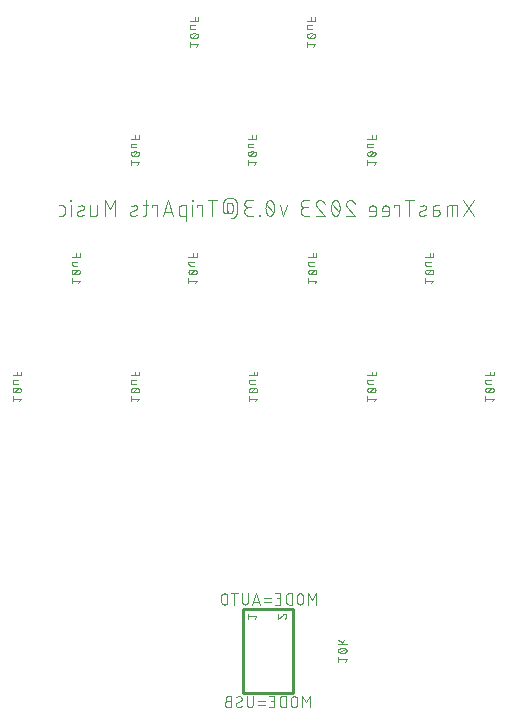
<source format=gbo>
G04 EAGLE Gerber RS-274X export*
G75*
%MOMM*%
%FSLAX34Y34*%
%LPD*%
%INSilkscreen Bottom*%
%IPPOS*%
%AMOC8*
5,1,8,0,0,1.08239X$1,22.5*%
G01*
%ADD10C,0.076200*%
%ADD11C,0.101600*%
%ADD12C,0.254000*%


D10*
X89046Y327504D02*
X90683Y329551D01*
X83317Y329551D01*
X83317Y331597D02*
X83317Y327504D01*
X87000Y334820D02*
X87153Y334822D01*
X87306Y334828D01*
X87458Y334837D01*
X87611Y334851D01*
X87763Y334868D01*
X87914Y334889D01*
X88065Y334914D01*
X88215Y334943D01*
X88365Y334975D01*
X88513Y335012D01*
X88661Y335052D01*
X88808Y335095D01*
X88953Y335143D01*
X89097Y335194D01*
X89240Y335248D01*
X89382Y335307D01*
X89521Y335368D01*
X89660Y335434D01*
X89730Y335460D01*
X89800Y335490D01*
X89867Y335523D01*
X89933Y335559D01*
X89997Y335598D01*
X90059Y335641D01*
X90118Y335687D01*
X90176Y335735D01*
X90230Y335786D01*
X90283Y335840D01*
X90332Y335897D01*
X90379Y335956D01*
X90422Y336017D01*
X90463Y336080D01*
X90500Y336145D01*
X90535Y336212D01*
X90565Y336281D01*
X90593Y336351D01*
X90616Y336422D01*
X90637Y336494D01*
X90653Y336567D01*
X90666Y336641D01*
X90676Y336716D01*
X90681Y336791D01*
X90683Y336866D01*
X90681Y336941D01*
X90676Y337016D01*
X90666Y337091D01*
X90653Y337165D01*
X90637Y337238D01*
X90616Y337310D01*
X90593Y337381D01*
X90565Y337451D01*
X90535Y337520D01*
X90500Y337587D01*
X90463Y337652D01*
X90422Y337715D01*
X90379Y337776D01*
X90332Y337835D01*
X90283Y337892D01*
X90230Y337946D01*
X90176Y337997D01*
X90118Y338046D01*
X90059Y338091D01*
X89997Y338134D01*
X89933Y338173D01*
X89867Y338210D01*
X89799Y338242D01*
X89730Y338272D01*
X89660Y338298D01*
X89522Y338363D01*
X89382Y338425D01*
X89240Y338483D01*
X89097Y338538D01*
X88953Y338589D01*
X88808Y338637D01*
X88661Y338680D01*
X88514Y338720D01*
X88365Y338757D01*
X88215Y338789D01*
X88065Y338818D01*
X87914Y338843D01*
X87763Y338864D01*
X87611Y338881D01*
X87458Y338895D01*
X87306Y338904D01*
X87153Y338910D01*
X87000Y338912D01*
X87000Y334819D02*
X86847Y334821D01*
X86694Y334827D01*
X86541Y334836D01*
X86389Y334850D01*
X86237Y334867D01*
X86086Y334888D01*
X85935Y334913D01*
X85784Y334942D01*
X85635Y334974D01*
X85486Y335011D01*
X85339Y335051D01*
X85192Y335094D01*
X85047Y335142D01*
X84902Y335193D01*
X84760Y335248D01*
X84618Y335306D01*
X84478Y335368D01*
X84340Y335433D01*
X84340Y335434D02*
X84269Y335460D01*
X84200Y335490D01*
X84133Y335523D01*
X84067Y335559D01*
X84003Y335598D01*
X83941Y335641D01*
X83882Y335687D01*
X83824Y335735D01*
X83770Y335786D01*
X83717Y335840D01*
X83668Y335897D01*
X83621Y335956D01*
X83578Y336017D01*
X83537Y336080D01*
X83500Y336145D01*
X83465Y336212D01*
X83435Y336281D01*
X83407Y336351D01*
X83384Y336422D01*
X83363Y336494D01*
X83347Y336567D01*
X83334Y336641D01*
X83324Y336716D01*
X83319Y336791D01*
X83317Y336866D01*
X84340Y338298D02*
X84478Y338363D01*
X84618Y338425D01*
X84760Y338483D01*
X84903Y338538D01*
X85047Y338589D01*
X85192Y338637D01*
X85339Y338680D01*
X85487Y338720D01*
X85635Y338757D01*
X85785Y338789D01*
X85935Y338818D01*
X86086Y338843D01*
X86237Y338864D01*
X86389Y338881D01*
X86542Y338895D01*
X86694Y338904D01*
X86847Y338910D01*
X87000Y338912D01*
X84340Y338298D02*
X84270Y338272D01*
X84200Y338242D01*
X84133Y338210D01*
X84067Y338173D01*
X84003Y338134D01*
X83941Y338091D01*
X83882Y338045D01*
X83824Y337997D01*
X83770Y337946D01*
X83717Y337892D01*
X83668Y337835D01*
X83621Y337776D01*
X83578Y337715D01*
X83537Y337652D01*
X83500Y337587D01*
X83465Y337520D01*
X83435Y337451D01*
X83407Y337381D01*
X83384Y337310D01*
X83363Y337238D01*
X83347Y337165D01*
X83334Y337091D01*
X83324Y337016D01*
X83319Y336941D01*
X83317Y336866D01*
X84954Y335229D02*
X89046Y338503D01*
X88228Y342300D02*
X84545Y342300D01*
X84476Y342302D01*
X84408Y342308D01*
X84339Y342317D01*
X84272Y342331D01*
X84205Y342348D01*
X84139Y342369D01*
X84075Y342393D01*
X84012Y342422D01*
X83951Y342453D01*
X83892Y342488D01*
X83834Y342526D01*
X83779Y342568D01*
X83727Y342612D01*
X83677Y342660D01*
X83629Y342710D01*
X83585Y342762D01*
X83543Y342817D01*
X83505Y342875D01*
X83470Y342934D01*
X83439Y342995D01*
X83410Y343058D01*
X83386Y343122D01*
X83365Y343188D01*
X83348Y343255D01*
X83334Y343322D01*
X83325Y343391D01*
X83319Y343459D01*
X83317Y343528D01*
X83317Y345574D01*
X88228Y345574D01*
X90683Y349222D02*
X83317Y349222D01*
X90683Y349222D02*
X90683Y352496D01*
X87409Y352496D02*
X87409Y349222D01*
X189046Y327504D02*
X190683Y329551D01*
X183317Y329551D01*
X183317Y331597D02*
X183317Y327504D01*
X187000Y334820D02*
X187153Y334822D01*
X187306Y334828D01*
X187458Y334837D01*
X187611Y334851D01*
X187763Y334868D01*
X187914Y334889D01*
X188065Y334914D01*
X188215Y334943D01*
X188365Y334975D01*
X188513Y335012D01*
X188661Y335052D01*
X188808Y335095D01*
X188953Y335143D01*
X189097Y335194D01*
X189240Y335248D01*
X189382Y335307D01*
X189521Y335368D01*
X189660Y335434D01*
X189730Y335460D01*
X189800Y335490D01*
X189867Y335523D01*
X189933Y335559D01*
X189997Y335598D01*
X190059Y335641D01*
X190118Y335687D01*
X190176Y335735D01*
X190230Y335786D01*
X190283Y335840D01*
X190332Y335897D01*
X190379Y335956D01*
X190422Y336017D01*
X190463Y336080D01*
X190500Y336145D01*
X190535Y336212D01*
X190565Y336281D01*
X190593Y336351D01*
X190616Y336422D01*
X190637Y336494D01*
X190653Y336567D01*
X190666Y336641D01*
X190676Y336716D01*
X190681Y336791D01*
X190683Y336866D01*
X190681Y336941D01*
X190676Y337016D01*
X190666Y337091D01*
X190653Y337165D01*
X190637Y337238D01*
X190616Y337310D01*
X190593Y337381D01*
X190565Y337451D01*
X190535Y337520D01*
X190500Y337587D01*
X190463Y337652D01*
X190422Y337715D01*
X190379Y337776D01*
X190332Y337835D01*
X190283Y337892D01*
X190230Y337946D01*
X190176Y337997D01*
X190118Y338046D01*
X190059Y338091D01*
X189997Y338134D01*
X189933Y338173D01*
X189867Y338210D01*
X189799Y338242D01*
X189730Y338272D01*
X189660Y338298D01*
X189522Y338363D01*
X189382Y338425D01*
X189240Y338483D01*
X189097Y338538D01*
X188953Y338589D01*
X188808Y338637D01*
X188661Y338680D01*
X188514Y338720D01*
X188365Y338757D01*
X188215Y338789D01*
X188065Y338818D01*
X187914Y338843D01*
X187763Y338864D01*
X187611Y338881D01*
X187458Y338895D01*
X187306Y338904D01*
X187153Y338910D01*
X187000Y338912D01*
X187000Y334819D02*
X186847Y334821D01*
X186694Y334827D01*
X186541Y334836D01*
X186389Y334850D01*
X186237Y334867D01*
X186086Y334888D01*
X185935Y334913D01*
X185784Y334942D01*
X185635Y334974D01*
X185486Y335011D01*
X185339Y335051D01*
X185192Y335094D01*
X185047Y335142D01*
X184902Y335193D01*
X184760Y335248D01*
X184618Y335306D01*
X184478Y335368D01*
X184340Y335433D01*
X184340Y335434D02*
X184269Y335460D01*
X184200Y335490D01*
X184133Y335523D01*
X184067Y335559D01*
X184003Y335598D01*
X183941Y335641D01*
X183882Y335687D01*
X183824Y335735D01*
X183770Y335786D01*
X183717Y335840D01*
X183668Y335897D01*
X183621Y335956D01*
X183578Y336017D01*
X183537Y336080D01*
X183500Y336145D01*
X183465Y336212D01*
X183435Y336281D01*
X183407Y336351D01*
X183384Y336422D01*
X183363Y336494D01*
X183347Y336567D01*
X183334Y336641D01*
X183324Y336716D01*
X183319Y336791D01*
X183317Y336866D01*
X184340Y338298D02*
X184478Y338363D01*
X184618Y338425D01*
X184760Y338483D01*
X184903Y338538D01*
X185047Y338589D01*
X185192Y338637D01*
X185339Y338680D01*
X185487Y338720D01*
X185635Y338757D01*
X185785Y338789D01*
X185935Y338818D01*
X186086Y338843D01*
X186237Y338864D01*
X186389Y338881D01*
X186542Y338895D01*
X186694Y338904D01*
X186847Y338910D01*
X187000Y338912D01*
X184340Y338298D02*
X184270Y338272D01*
X184200Y338242D01*
X184133Y338210D01*
X184067Y338173D01*
X184003Y338134D01*
X183941Y338091D01*
X183882Y338045D01*
X183824Y337997D01*
X183770Y337946D01*
X183717Y337892D01*
X183668Y337835D01*
X183621Y337776D01*
X183578Y337715D01*
X183537Y337652D01*
X183500Y337587D01*
X183465Y337520D01*
X183435Y337451D01*
X183407Y337381D01*
X183384Y337310D01*
X183363Y337238D01*
X183347Y337165D01*
X183334Y337091D01*
X183324Y337016D01*
X183319Y336941D01*
X183317Y336866D01*
X184954Y335229D02*
X189046Y338503D01*
X188228Y342300D02*
X184545Y342300D01*
X184476Y342302D01*
X184408Y342308D01*
X184339Y342317D01*
X184272Y342331D01*
X184205Y342348D01*
X184139Y342369D01*
X184075Y342393D01*
X184012Y342422D01*
X183951Y342453D01*
X183892Y342488D01*
X183834Y342526D01*
X183779Y342568D01*
X183727Y342612D01*
X183677Y342660D01*
X183629Y342710D01*
X183585Y342762D01*
X183543Y342817D01*
X183505Y342875D01*
X183470Y342934D01*
X183439Y342995D01*
X183410Y343058D01*
X183386Y343122D01*
X183365Y343188D01*
X183348Y343255D01*
X183334Y343322D01*
X183325Y343391D01*
X183319Y343459D01*
X183317Y343528D01*
X183317Y345574D01*
X188228Y345574D01*
X190683Y349222D02*
X183317Y349222D01*
X190683Y349222D02*
X190683Y352496D01*
X187409Y352496D02*
X187409Y349222D01*
X289046Y327504D02*
X290683Y329551D01*
X283317Y329551D01*
X283317Y331597D02*
X283317Y327504D01*
X287000Y334820D02*
X287153Y334822D01*
X287306Y334828D01*
X287458Y334837D01*
X287611Y334851D01*
X287763Y334868D01*
X287914Y334889D01*
X288065Y334914D01*
X288215Y334943D01*
X288365Y334975D01*
X288513Y335012D01*
X288661Y335052D01*
X288808Y335095D01*
X288953Y335143D01*
X289097Y335194D01*
X289240Y335248D01*
X289382Y335307D01*
X289521Y335368D01*
X289660Y335434D01*
X289730Y335460D01*
X289800Y335490D01*
X289867Y335523D01*
X289933Y335559D01*
X289997Y335598D01*
X290059Y335641D01*
X290118Y335687D01*
X290176Y335735D01*
X290230Y335786D01*
X290283Y335840D01*
X290332Y335897D01*
X290379Y335956D01*
X290422Y336017D01*
X290463Y336080D01*
X290500Y336145D01*
X290535Y336212D01*
X290565Y336281D01*
X290593Y336351D01*
X290616Y336422D01*
X290637Y336494D01*
X290653Y336567D01*
X290666Y336641D01*
X290676Y336716D01*
X290681Y336791D01*
X290683Y336866D01*
X290681Y336941D01*
X290676Y337016D01*
X290666Y337091D01*
X290653Y337165D01*
X290637Y337238D01*
X290616Y337310D01*
X290593Y337381D01*
X290565Y337451D01*
X290535Y337520D01*
X290500Y337587D01*
X290463Y337652D01*
X290422Y337715D01*
X290379Y337776D01*
X290332Y337835D01*
X290283Y337892D01*
X290230Y337946D01*
X290176Y337997D01*
X290118Y338046D01*
X290059Y338091D01*
X289997Y338134D01*
X289933Y338173D01*
X289867Y338210D01*
X289799Y338242D01*
X289730Y338272D01*
X289660Y338298D01*
X289522Y338363D01*
X289382Y338425D01*
X289240Y338483D01*
X289097Y338538D01*
X288953Y338589D01*
X288808Y338637D01*
X288661Y338680D01*
X288514Y338720D01*
X288365Y338757D01*
X288215Y338789D01*
X288065Y338818D01*
X287914Y338843D01*
X287763Y338864D01*
X287611Y338881D01*
X287458Y338895D01*
X287306Y338904D01*
X287153Y338910D01*
X287000Y338912D01*
X287000Y334819D02*
X286847Y334821D01*
X286694Y334827D01*
X286541Y334836D01*
X286389Y334850D01*
X286237Y334867D01*
X286086Y334888D01*
X285935Y334913D01*
X285784Y334942D01*
X285635Y334974D01*
X285486Y335011D01*
X285339Y335051D01*
X285192Y335094D01*
X285047Y335142D01*
X284902Y335193D01*
X284760Y335248D01*
X284618Y335306D01*
X284478Y335368D01*
X284340Y335433D01*
X284340Y335434D02*
X284269Y335460D01*
X284200Y335490D01*
X284133Y335523D01*
X284067Y335559D01*
X284003Y335598D01*
X283941Y335641D01*
X283882Y335687D01*
X283824Y335735D01*
X283770Y335786D01*
X283717Y335840D01*
X283668Y335897D01*
X283621Y335956D01*
X283578Y336017D01*
X283537Y336080D01*
X283500Y336145D01*
X283465Y336212D01*
X283435Y336281D01*
X283407Y336351D01*
X283384Y336422D01*
X283363Y336494D01*
X283347Y336567D01*
X283334Y336641D01*
X283324Y336716D01*
X283319Y336791D01*
X283317Y336866D01*
X284340Y338298D02*
X284478Y338363D01*
X284618Y338425D01*
X284760Y338483D01*
X284903Y338538D01*
X285047Y338589D01*
X285192Y338637D01*
X285339Y338680D01*
X285487Y338720D01*
X285635Y338757D01*
X285785Y338789D01*
X285935Y338818D01*
X286086Y338843D01*
X286237Y338864D01*
X286389Y338881D01*
X286542Y338895D01*
X286694Y338904D01*
X286847Y338910D01*
X287000Y338912D01*
X284340Y338298D02*
X284270Y338272D01*
X284200Y338242D01*
X284133Y338210D01*
X284067Y338173D01*
X284003Y338134D01*
X283941Y338091D01*
X283882Y338045D01*
X283824Y337997D01*
X283770Y337946D01*
X283717Y337892D01*
X283668Y337835D01*
X283621Y337776D01*
X283578Y337715D01*
X283537Y337652D01*
X283500Y337587D01*
X283465Y337520D01*
X283435Y337451D01*
X283407Y337381D01*
X283384Y337310D01*
X283363Y337238D01*
X283347Y337165D01*
X283334Y337091D01*
X283324Y337016D01*
X283319Y336941D01*
X283317Y336866D01*
X284954Y335229D02*
X289046Y338503D01*
X288228Y342300D02*
X284545Y342300D01*
X284476Y342302D01*
X284408Y342308D01*
X284339Y342317D01*
X284272Y342331D01*
X284205Y342348D01*
X284139Y342369D01*
X284075Y342393D01*
X284012Y342422D01*
X283951Y342453D01*
X283892Y342488D01*
X283834Y342526D01*
X283779Y342568D01*
X283727Y342612D01*
X283677Y342660D01*
X283629Y342710D01*
X283585Y342762D01*
X283543Y342817D01*
X283505Y342875D01*
X283470Y342934D01*
X283439Y342995D01*
X283410Y343058D01*
X283386Y343122D01*
X283365Y343188D01*
X283348Y343255D01*
X283334Y343322D01*
X283325Y343391D01*
X283319Y343459D01*
X283317Y343528D01*
X283317Y345574D01*
X288228Y345574D01*
X290683Y349222D02*
X283317Y349222D01*
X290683Y349222D02*
X290683Y352496D01*
X287409Y352496D02*
X287409Y349222D01*
X389046Y327504D02*
X390683Y329551D01*
X383317Y329551D01*
X383317Y331597D02*
X383317Y327504D01*
X387000Y334820D02*
X387153Y334822D01*
X387306Y334828D01*
X387458Y334837D01*
X387611Y334851D01*
X387763Y334868D01*
X387914Y334889D01*
X388065Y334914D01*
X388215Y334943D01*
X388365Y334975D01*
X388513Y335012D01*
X388661Y335052D01*
X388808Y335095D01*
X388953Y335143D01*
X389097Y335194D01*
X389240Y335248D01*
X389382Y335307D01*
X389521Y335368D01*
X389660Y335434D01*
X389730Y335460D01*
X389800Y335490D01*
X389867Y335523D01*
X389933Y335559D01*
X389997Y335598D01*
X390059Y335641D01*
X390118Y335687D01*
X390176Y335735D01*
X390230Y335786D01*
X390283Y335840D01*
X390332Y335897D01*
X390379Y335956D01*
X390422Y336017D01*
X390463Y336080D01*
X390500Y336145D01*
X390535Y336212D01*
X390565Y336281D01*
X390593Y336351D01*
X390616Y336422D01*
X390637Y336494D01*
X390653Y336567D01*
X390666Y336641D01*
X390676Y336716D01*
X390681Y336791D01*
X390683Y336866D01*
X390681Y336941D01*
X390676Y337016D01*
X390666Y337091D01*
X390653Y337165D01*
X390637Y337238D01*
X390616Y337310D01*
X390593Y337381D01*
X390565Y337451D01*
X390535Y337520D01*
X390500Y337587D01*
X390463Y337652D01*
X390422Y337715D01*
X390379Y337776D01*
X390332Y337835D01*
X390283Y337892D01*
X390230Y337946D01*
X390176Y337997D01*
X390118Y338046D01*
X390059Y338091D01*
X389997Y338134D01*
X389933Y338173D01*
X389867Y338210D01*
X389799Y338242D01*
X389730Y338272D01*
X389660Y338298D01*
X389522Y338363D01*
X389382Y338425D01*
X389240Y338483D01*
X389097Y338538D01*
X388953Y338589D01*
X388808Y338637D01*
X388661Y338680D01*
X388514Y338720D01*
X388365Y338757D01*
X388215Y338789D01*
X388065Y338818D01*
X387914Y338843D01*
X387763Y338864D01*
X387611Y338881D01*
X387458Y338895D01*
X387306Y338904D01*
X387153Y338910D01*
X387000Y338912D01*
X387000Y334819D02*
X386847Y334821D01*
X386694Y334827D01*
X386541Y334836D01*
X386389Y334850D01*
X386237Y334867D01*
X386086Y334888D01*
X385935Y334913D01*
X385784Y334942D01*
X385635Y334974D01*
X385486Y335011D01*
X385339Y335051D01*
X385192Y335094D01*
X385047Y335142D01*
X384902Y335193D01*
X384760Y335248D01*
X384618Y335306D01*
X384478Y335368D01*
X384340Y335433D01*
X384340Y335434D02*
X384269Y335460D01*
X384200Y335490D01*
X384133Y335523D01*
X384067Y335559D01*
X384003Y335598D01*
X383941Y335641D01*
X383882Y335687D01*
X383824Y335735D01*
X383770Y335786D01*
X383717Y335840D01*
X383668Y335897D01*
X383621Y335956D01*
X383578Y336017D01*
X383537Y336080D01*
X383500Y336145D01*
X383465Y336212D01*
X383435Y336281D01*
X383407Y336351D01*
X383384Y336422D01*
X383363Y336494D01*
X383347Y336567D01*
X383334Y336641D01*
X383324Y336716D01*
X383319Y336791D01*
X383317Y336866D01*
X384340Y338298D02*
X384478Y338363D01*
X384618Y338425D01*
X384760Y338483D01*
X384903Y338538D01*
X385047Y338589D01*
X385192Y338637D01*
X385339Y338680D01*
X385487Y338720D01*
X385635Y338757D01*
X385785Y338789D01*
X385935Y338818D01*
X386086Y338843D01*
X386237Y338864D01*
X386389Y338881D01*
X386542Y338895D01*
X386694Y338904D01*
X386847Y338910D01*
X387000Y338912D01*
X384340Y338298D02*
X384270Y338272D01*
X384200Y338242D01*
X384133Y338210D01*
X384067Y338173D01*
X384003Y338134D01*
X383941Y338091D01*
X383882Y338045D01*
X383824Y337997D01*
X383770Y337946D01*
X383717Y337892D01*
X383668Y337835D01*
X383621Y337776D01*
X383578Y337715D01*
X383537Y337652D01*
X383500Y337587D01*
X383465Y337520D01*
X383435Y337451D01*
X383407Y337381D01*
X383384Y337310D01*
X383363Y337238D01*
X383347Y337165D01*
X383334Y337091D01*
X383324Y337016D01*
X383319Y336941D01*
X383317Y336866D01*
X384954Y335229D02*
X389046Y338503D01*
X388228Y342300D02*
X384545Y342300D01*
X384476Y342302D01*
X384408Y342308D01*
X384339Y342317D01*
X384272Y342331D01*
X384205Y342348D01*
X384139Y342369D01*
X384075Y342393D01*
X384012Y342422D01*
X383951Y342453D01*
X383892Y342488D01*
X383834Y342526D01*
X383779Y342568D01*
X383727Y342612D01*
X383677Y342660D01*
X383629Y342710D01*
X383585Y342762D01*
X383543Y342817D01*
X383505Y342875D01*
X383470Y342934D01*
X383439Y342995D01*
X383410Y343058D01*
X383386Y343122D01*
X383365Y343188D01*
X383348Y343255D01*
X383334Y343322D01*
X383325Y343391D01*
X383319Y343459D01*
X383317Y343528D01*
X383317Y345574D01*
X388228Y345574D01*
X390683Y349222D02*
X383317Y349222D01*
X390683Y349222D02*
X390683Y352496D01*
X387409Y352496D02*
X387409Y349222D01*
X489046Y327504D02*
X490683Y329551D01*
X483317Y329551D01*
X483317Y331597D02*
X483317Y327504D01*
X487000Y334820D02*
X487153Y334822D01*
X487306Y334828D01*
X487458Y334837D01*
X487611Y334851D01*
X487763Y334868D01*
X487914Y334889D01*
X488065Y334914D01*
X488215Y334943D01*
X488365Y334975D01*
X488513Y335012D01*
X488661Y335052D01*
X488808Y335095D01*
X488953Y335143D01*
X489097Y335194D01*
X489240Y335248D01*
X489382Y335307D01*
X489521Y335368D01*
X489660Y335434D01*
X489730Y335460D01*
X489800Y335490D01*
X489867Y335523D01*
X489933Y335559D01*
X489997Y335598D01*
X490059Y335641D01*
X490118Y335687D01*
X490176Y335735D01*
X490230Y335786D01*
X490283Y335840D01*
X490332Y335897D01*
X490379Y335956D01*
X490422Y336017D01*
X490463Y336080D01*
X490500Y336145D01*
X490535Y336212D01*
X490565Y336281D01*
X490593Y336351D01*
X490616Y336422D01*
X490637Y336494D01*
X490653Y336567D01*
X490666Y336641D01*
X490676Y336716D01*
X490681Y336791D01*
X490683Y336866D01*
X490681Y336941D01*
X490676Y337016D01*
X490666Y337091D01*
X490653Y337165D01*
X490637Y337238D01*
X490616Y337310D01*
X490593Y337381D01*
X490565Y337451D01*
X490535Y337520D01*
X490500Y337587D01*
X490463Y337652D01*
X490422Y337715D01*
X490379Y337776D01*
X490332Y337835D01*
X490283Y337892D01*
X490230Y337946D01*
X490176Y337997D01*
X490118Y338046D01*
X490059Y338091D01*
X489997Y338134D01*
X489933Y338173D01*
X489867Y338210D01*
X489799Y338242D01*
X489730Y338272D01*
X489660Y338298D01*
X489522Y338363D01*
X489382Y338425D01*
X489240Y338483D01*
X489097Y338538D01*
X488953Y338589D01*
X488808Y338637D01*
X488661Y338680D01*
X488514Y338720D01*
X488365Y338757D01*
X488215Y338789D01*
X488065Y338818D01*
X487914Y338843D01*
X487763Y338864D01*
X487611Y338881D01*
X487458Y338895D01*
X487306Y338904D01*
X487153Y338910D01*
X487000Y338912D01*
X487000Y334819D02*
X486847Y334821D01*
X486694Y334827D01*
X486541Y334836D01*
X486389Y334850D01*
X486237Y334867D01*
X486086Y334888D01*
X485935Y334913D01*
X485784Y334942D01*
X485635Y334974D01*
X485486Y335011D01*
X485339Y335051D01*
X485192Y335094D01*
X485047Y335142D01*
X484902Y335193D01*
X484760Y335248D01*
X484618Y335306D01*
X484478Y335368D01*
X484340Y335433D01*
X484340Y335434D02*
X484269Y335460D01*
X484200Y335490D01*
X484133Y335523D01*
X484067Y335559D01*
X484003Y335598D01*
X483941Y335641D01*
X483882Y335687D01*
X483824Y335735D01*
X483770Y335786D01*
X483717Y335840D01*
X483668Y335897D01*
X483621Y335956D01*
X483578Y336017D01*
X483537Y336080D01*
X483500Y336145D01*
X483465Y336212D01*
X483435Y336281D01*
X483407Y336351D01*
X483384Y336422D01*
X483363Y336494D01*
X483347Y336567D01*
X483334Y336641D01*
X483324Y336716D01*
X483319Y336791D01*
X483317Y336866D01*
X484340Y338298D02*
X484478Y338363D01*
X484618Y338425D01*
X484760Y338483D01*
X484903Y338538D01*
X485047Y338589D01*
X485192Y338637D01*
X485339Y338680D01*
X485487Y338720D01*
X485635Y338757D01*
X485785Y338789D01*
X485935Y338818D01*
X486086Y338843D01*
X486237Y338864D01*
X486389Y338881D01*
X486542Y338895D01*
X486694Y338904D01*
X486847Y338910D01*
X487000Y338912D01*
X484340Y338298D02*
X484270Y338272D01*
X484200Y338242D01*
X484133Y338210D01*
X484067Y338173D01*
X484003Y338134D01*
X483941Y338091D01*
X483882Y338045D01*
X483824Y337997D01*
X483770Y337946D01*
X483717Y337892D01*
X483668Y337835D01*
X483621Y337776D01*
X483578Y337715D01*
X483537Y337652D01*
X483500Y337587D01*
X483465Y337520D01*
X483435Y337451D01*
X483407Y337381D01*
X483384Y337310D01*
X483363Y337238D01*
X483347Y337165D01*
X483334Y337091D01*
X483324Y337016D01*
X483319Y336941D01*
X483317Y336866D01*
X484954Y335229D02*
X489046Y338503D01*
X488228Y342300D02*
X484545Y342300D01*
X484476Y342302D01*
X484408Y342308D01*
X484339Y342317D01*
X484272Y342331D01*
X484205Y342348D01*
X484139Y342369D01*
X484075Y342393D01*
X484012Y342422D01*
X483951Y342453D01*
X483892Y342488D01*
X483834Y342526D01*
X483779Y342568D01*
X483727Y342612D01*
X483677Y342660D01*
X483629Y342710D01*
X483585Y342762D01*
X483543Y342817D01*
X483505Y342875D01*
X483470Y342934D01*
X483439Y342995D01*
X483410Y343058D01*
X483386Y343122D01*
X483365Y343188D01*
X483348Y343255D01*
X483334Y343322D01*
X483325Y343391D01*
X483319Y343459D01*
X483317Y343528D01*
X483317Y345574D01*
X488228Y345574D01*
X490683Y349222D02*
X483317Y349222D01*
X490683Y349222D02*
X490683Y352496D01*
X487409Y352496D02*
X487409Y349222D01*
X438046Y427504D02*
X439683Y429551D01*
X432317Y429551D01*
X432317Y431597D02*
X432317Y427504D01*
X436000Y434820D02*
X436153Y434822D01*
X436306Y434828D01*
X436458Y434837D01*
X436611Y434851D01*
X436763Y434868D01*
X436914Y434889D01*
X437065Y434914D01*
X437215Y434943D01*
X437365Y434975D01*
X437513Y435012D01*
X437661Y435052D01*
X437808Y435095D01*
X437953Y435143D01*
X438097Y435194D01*
X438240Y435248D01*
X438382Y435307D01*
X438521Y435368D01*
X438660Y435434D01*
X438730Y435460D01*
X438800Y435490D01*
X438867Y435523D01*
X438933Y435559D01*
X438997Y435598D01*
X439059Y435641D01*
X439118Y435687D01*
X439176Y435735D01*
X439230Y435786D01*
X439283Y435840D01*
X439332Y435897D01*
X439379Y435956D01*
X439422Y436017D01*
X439463Y436080D01*
X439500Y436145D01*
X439535Y436212D01*
X439565Y436281D01*
X439593Y436351D01*
X439616Y436422D01*
X439637Y436494D01*
X439653Y436567D01*
X439666Y436641D01*
X439676Y436716D01*
X439681Y436791D01*
X439683Y436866D01*
X439681Y436941D01*
X439676Y437016D01*
X439666Y437091D01*
X439653Y437165D01*
X439637Y437238D01*
X439616Y437310D01*
X439593Y437381D01*
X439565Y437451D01*
X439535Y437520D01*
X439500Y437587D01*
X439463Y437652D01*
X439422Y437715D01*
X439379Y437776D01*
X439332Y437835D01*
X439283Y437892D01*
X439230Y437946D01*
X439176Y437997D01*
X439118Y438046D01*
X439059Y438091D01*
X438997Y438134D01*
X438933Y438173D01*
X438867Y438210D01*
X438799Y438242D01*
X438730Y438272D01*
X438660Y438298D01*
X438522Y438363D01*
X438382Y438425D01*
X438240Y438483D01*
X438097Y438538D01*
X437953Y438589D01*
X437808Y438637D01*
X437661Y438680D01*
X437514Y438720D01*
X437365Y438757D01*
X437215Y438789D01*
X437065Y438818D01*
X436914Y438843D01*
X436763Y438864D01*
X436611Y438881D01*
X436458Y438895D01*
X436306Y438904D01*
X436153Y438910D01*
X436000Y438912D01*
X436000Y434819D02*
X435847Y434821D01*
X435694Y434827D01*
X435541Y434836D01*
X435389Y434850D01*
X435237Y434867D01*
X435086Y434888D01*
X434935Y434913D01*
X434784Y434942D01*
X434635Y434974D01*
X434486Y435011D01*
X434339Y435051D01*
X434192Y435094D01*
X434047Y435142D01*
X433902Y435193D01*
X433760Y435248D01*
X433618Y435306D01*
X433478Y435368D01*
X433340Y435433D01*
X433340Y435434D02*
X433269Y435460D01*
X433200Y435490D01*
X433133Y435523D01*
X433067Y435559D01*
X433003Y435598D01*
X432941Y435641D01*
X432882Y435687D01*
X432824Y435735D01*
X432770Y435786D01*
X432717Y435840D01*
X432668Y435897D01*
X432621Y435956D01*
X432578Y436017D01*
X432537Y436080D01*
X432500Y436145D01*
X432465Y436212D01*
X432435Y436281D01*
X432407Y436351D01*
X432384Y436422D01*
X432363Y436494D01*
X432347Y436567D01*
X432334Y436641D01*
X432324Y436716D01*
X432319Y436791D01*
X432317Y436866D01*
X433340Y438298D02*
X433478Y438363D01*
X433618Y438425D01*
X433760Y438483D01*
X433903Y438538D01*
X434047Y438589D01*
X434192Y438637D01*
X434339Y438680D01*
X434487Y438720D01*
X434635Y438757D01*
X434785Y438789D01*
X434935Y438818D01*
X435086Y438843D01*
X435237Y438864D01*
X435389Y438881D01*
X435542Y438895D01*
X435694Y438904D01*
X435847Y438910D01*
X436000Y438912D01*
X433340Y438298D02*
X433270Y438272D01*
X433200Y438242D01*
X433133Y438210D01*
X433067Y438173D01*
X433003Y438134D01*
X432941Y438091D01*
X432882Y438045D01*
X432824Y437997D01*
X432770Y437946D01*
X432717Y437892D01*
X432668Y437835D01*
X432621Y437776D01*
X432578Y437715D01*
X432537Y437652D01*
X432500Y437587D01*
X432465Y437520D01*
X432435Y437451D01*
X432407Y437381D01*
X432384Y437310D01*
X432363Y437238D01*
X432347Y437165D01*
X432334Y437091D01*
X432324Y437016D01*
X432319Y436941D01*
X432317Y436866D01*
X433954Y435229D02*
X438046Y438503D01*
X437228Y442300D02*
X433545Y442300D01*
X433476Y442302D01*
X433408Y442308D01*
X433339Y442317D01*
X433272Y442331D01*
X433205Y442348D01*
X433139Y442369D01*
X433075Y442393D01*
X433012Y442422D01*
X432951Y442453D01*
X432892Y442488D01*
X432834Y442526D01*
X432779Y442568D01*
X432727Y442612D01*
X432677Y442660D01*
X432629Y442710D01*
X432585Y442762D01*
X432543Y442817D01*
X432505Y442875D01*
X432470Y442934D01*
X432439Y442995D01*
X432410Y443058D01*
X432386Y443122D01*
X432365Y443188D01*
X432348Y443255D01*
X432334Y443322D01*
X432325Y443391D01*
X432319Y443459D01*
X432317Y443528D01*
X432317Y445574D01*
X437228Y445574D01*
X439683Y449222D02*
X432317Y449222D01*
X439683Y449222D02*
X439683Y452496D01*
X436409Y452496D02*
X436409Y449222D01*
X340683Y429551D02*
X339046Y427504D01*
X340683Y429551D02*
X333317Y429551D01*
X333317Y431597D02*
X333317Y427504D01*
X337000Y434820D02*
X337153Y434822D01*
X337306Y434828D01*
X337458Y434837D01*
X337611Y434851D01*
X337763Y434868D01*
X337914Y434889D01*
X338065Y434914D01*
X338215Y434943D01*
X338365Y434975D01*
X338513Y435012D01*
X338661Y435052D01*
X338808Y435095D01*
X338953Y435143D01*
X339097Y435194D01*
X339240Y435248D01*
X339382Y435307D01*
X339521Y435368D01*
X339660Y435434D01*
X339730Y435460D01*
X339800Y435490D01*
X339867Y435523D01*
X339933Y435559D01*
X339997Y435598D01*
X340059Y435641D01*
X340118Y435687D01*
X340176Y435735D01*
X340230Y435786D01*
X340283Y435840D01*
X340332Y435897D01*
X340379Y435956D01*
X340422Y436017D01*
X340463Y436080D01*
X340500Y436145D01*
X340535Y436212D01*
X340565Y436281D01*
X340593Y436351D01*
X340616Y436422D01*
X340637Y436494D01*
X340653Y436567D01*
X340666Y436641D01*
X340676Y436716D01*
X340681Y436791D01*
X340683Y436866D01*
X340681Y436941D01*
X340676Y437016D01*
X340666Y437091D01*
X340653Y437165D01*
X340637Y437238D01*
X340616Y437310D01*
X340593Y437381D01*
X340565Y437451D01*
X340535Y437520D01*
X340500Y437587D01*
X340463Y437652D01*
X340422Y437715D01*
X340379Y437776D01*
X340332Y437835D01*
X340283Y437892D01*
X340230Y437946D01*
X340176Y437997D01*
X340118Y438046D01*
X340059Y438091D01*
X339997Y438134D01*
X339933Y438173D01*
X339867Y438210D01*
X339799Y438242D01*
X339730Y438272D01*
X339660Y438298D01*
X339522Y438363D01*
X339382Y438425D01*
X339240Y438483D01*
X339097Y438538D01*
X338953Y438589D01*
X338808Y438637D01*
X338661Y438680D01*
X338514Y438720D01*
X338365Y438757D01*
X338215Y438789D01*
X338065Y438818D01*
X337914Y438843D01*
X337763Y438864D01*
X337611Y438881D01*
X337458Y438895D01*
X337306Y438904D01*
X337153Y438910D01*
X337000Y438912D01*
X337000Y434819D02*
X336847Y434821D01*
X336694Y434827D01*
X336541Y434836D01*
X336389Y434850D01*
X336237Y434867D01*
X336086Y434888D01*
X335935Y434913D01*
X335784Y434942D01*
X335635Y434974D01*
X335486Y435011D01*
X335339Y435051D01*
X335192Y435094D01*
X335047Y435142D01*
X334902Y435193D01*
X334760Y435248D01*
X334618Y435306D01*
X334478Y435368D01*
X334340Y435433D01*
X334340Y435434D02*
X334269Y435460D01*
X334200Y435490D01*
X334133Y435523D01*
X334067Y435559D01*
X334003Y435598D01*
X333941Y435641D01*
X333882Y435687D01*
X333824Y435735D01*
X333770Y435786D01*
X333717Y435840D01*
X333668Y435897D01*
X333621Y435956D01*
X333578Y436017D01*
X333537Y436080D01*
X333500Y436145D01*
X333465Y436212D01*
X333435Y436281D01*
X333407Y436351D01*
X333384Y436422D01*
X333363Y436494D01*
X333347Y436567D01*
X333334Y436641D01*
X333324Y436716D01*
X333319Y436791D01*
X333317Y436866D01*
X334340Y438298D02*
X334478Y438363D01*
X334618Y438425D01*
X334760Y438483D01*
X334903Y438538D01*
X335047Y438589D01*
X335192Y438637D01*
X335339Y438680D01*
X335487Y438720D01*
X335635Y438757D01*
X335785Y438789D01*
X335935Y438818D01*
X336086Y438843D01*
X336237Y438864D01*
X336389Y438881D01*
X336542Y438895D01*
X336694Y438904D01*
X336847Y438910D01*
X337000Y438912D01*
X334340Y438298D02*
X334270Y438272D01*
X334200Y438242D01*
X334133Y438210D01*
X334067Y438173D01*
X334003Y438134D01*
X333941Y438091D01*
X333882Y438045D01*
X333824Y437997D01*
X333770Y437946D01*
X333717Y437892D01*
X333668Y437835D01*
X333621Y437776D01*
X333578Y437715D01*
X333537Y437652D01*
X333500Y437587D01*
X333465Y437520D01*
X333435Y437451D01*
X333407Y437381D01*
X333384Y437310D01*
X333363Y437238D01*
X333347Y437165D01*
X333334Y437091D01*
X333324Y437016D01*
X333319Y436941D01*
X333317Y436866D01*
X334954Y435229D02*
X339046Y438503D01*
X338228Y442300D02*
X334545Y442300D01*
X334476Y442302D01*
X334408Y442308D01*
X334339Y442317D01*
X334272Y442331D01*
X334205Y442348D01*
X334139Y442369D01*
X334075Y442393D01*
X334012Y442422D01*
X333951Y442453D01*
X333892Y442488D01*
X333834Y442526D01*
X333779Y442568D01*
X333727Y442612D01*
X333677Y442660D01*
X333629Y442710D01*
X333585Y442762D01*
X333543Y442817D01*
X333505Y442875D01*
X333470Y442934D01*
X333439Y442995D01*
X333410Y443058D01*
X333386Y443122D01*
X333365Y443188D01*
X333348Y443255D01*
X333334Y443322D01*
X333325Y443391D01*
X333319Y443459D01*
X333317Y443528D01*
X333317Y445574D01*
X338228Y445574D01*
X340683Y449222D02*
X333317Y449222D01*
X340683Y449222D02*
X340683Y452496D01*
X337409Y452496D02*
X337409Y449222D01*
X239683Y429551D02*
X238046Y427504D01*
X239683Y429551D02*
X232317Y429551D01*
X232317Y431597D02*
X232317Y427504D01*
X236000Y434820D02*
X236153Y434822D01*
X236306Y434828D01*
X236458Y434837D01*
X236611Y434851D01*
X236763Y434868D01*
X236914Y434889D01*
X237065Y434914D01*
X237215Y434943D01*
X237365Y434975D01*
X237513Y435012D01*
X237661Y435052D01*
X237808Y435095D01*
X237953Y435143D01*
X238097Y435194D01*
X238240Y435248D01*
X238382Y435307D01*
X238521Y435368D01*
X238660Y435434D01*
X238730Y435460D01*
X238800Y435490D01*
X238867Y435523D01*
X238933Y435559D01*
X238997Y435598D01*
X239059Y435641D01*
X239118Y435687D01*
X239176Y435735D01*
X239230Y435786D01*
X239283Y435840D01*
X239332Y435897D01*
X239379Y435956D01*
X239422Y436017D01*
X239463Y436080D01*
X239500Y436145D01*
X239535Y436212D01*
X239565Y436281D01*
X239593Y436351D01*
X239616Y436422D01*
X239637Y436494D01*
X239653Y436567D01*
X239666Y436641D01*
X239676Y436716D01*
X239681Y436791D01*
X239683Y436866D01*
X239681Y436941D01*
X239676Y437016D01*
X239666Y437091D01*
X239653Y437165D01*
X239637Y437238D01*
X239616Y437310D01*
X239593Y437381D01*
X239565Y437451D01*
X239535Y437520D01*
X239500Y437587D01*
X239463Y437652D01*
X239422Y437715D01*
X239379Y437776D01*
X239332Y437835D01*
X239283Y437892D01*
X239230Y437946D01*
X239176Y437997D01*
X239118Y438046D01*
X239059Y438091D01*
X238997Y438134D01*
X238933Y438173D01*
X238867Y438210D01*
X238799Y438242D01*
X238730Y438272D01*
X238660Y438298D01*
X238522Y438363D01*
X238382Y438425D01*
X238240Y438483D01*
X238097Y438538D01*
X237953Y438589D01*
X237808Y438637D01*
X237661Y438680D01*
X237514Y438720D01*
X237365Y438757D01*
X237215Y438789D01*
X237065Y438818D01*
X236914Y438843D01*
X236763Y438864D01*
X236611Y438881D01*
X236458Y438895D01*
X236306Y438904D01*
X236153Y438910D01*
X236000Y438912D01*
X236000Y434819D02*
X235847Y434821D01*
X235694Y434827D01*
X235541Y434836D01*
X235389Y434850D01*
X235237Y434867D01*
X235086Y434888D01*
X234935Y434913D01*
X234784Y434942D01*
X234635Y434974D01*
X234486Y435011D01*
X234339Y435051D01*
X234192Y435094D01*
X234047Y435142D01*
X233902Y435193D01*
X233760Y435248D01*
X233618Y435306D01*
X233478Y435368D01*
X233340Y435433D01*
X233340Y435434D02*
X233269Y435460D01*
X233200Y435490D01*
X233133Y435523D01*
X233067Y435559D01*
X233003Y435598D01*
X232941Y435641D01*
X232882Y435687D01*
X232824Y435735D01*
X232770Y435786D01*
X232717Y435840D01*
X232668Y435897D01*
X232621Y435956D01*
X232578Y436017D01*
X232537Y436080D01*
X232500Y436145D01*
X232465Y436212D01*
X232435Y436281D01*
X232407Y436351D01*
X232384Y436422D01*
X232363Y436494D01*
X232347Y436567D01*
X232334Y436641D01*
X232324Y436716D01*
X232319Y436791D01*
X232317Y436866D01*
X233340Y438298D02*
X233478Y438363D01*
X233618Y438425D01*
X233760Y438483D01*
X233903Y438538D01*
X234047Y438589D01*
X234192Y438637D01*
X234339Y438680D01*
X234487Y438720D01*
X234635Y438757D01*
X234785Y438789D01*
X234935Y438818D01*
X235086Y438843D01*
X235237Y438864D01*
X235389Y438881D01*
X235542Y438895D01*
X235694Y438904D01*
X235847Y438910D01*
X236000Y438912D01*
X233340Y438298D02*
X233270Y438272D01*
X233200Y438242D01*
X233133Y438210D01*
X233067Y438173D01*
X233003Y438134D01*
X232941Y438091D01*
X232882Y438045D01*
X232824Y437997D01*
X232770Y437946D01*
X232717Y437892D01*
X232668Y437835D01*
X232621Y437776D01*
X232578Y437715D01*
X232537Y437652D01*
X232500Y437587D01*
X232465Y437520D01*
X232435Y437451D01*
X232407Y437381D01*
X232384Y437310D01*
X232363Y437238D01*
X232347Y437165D01*
X232334Y437091D01*
X232324Y437016D01*
X232319Y436941D01*
X232317Y436866D01*
X233954Y435229D02*
X238046Y438503D01*
X237228Y442300D02*
X233545Y442300D01*
X233476Y442302D01*
X233408Y442308D01*
X233339Y442317D01*
X233272Y442331D01*
X233205Y442348D01*
X233139Y442369D01*
X233075Y442393D01*
X233012Y442422D01*
X232951Y442453D01*
X232892Y442488D01*
X232834Y442526D01*
X232779Y442568D01*
X232727Y442612D01*
X232677Y442660D01*
X232629Y442710D01*
X232585Y442762D01*
X232543Y442817D01*
X232505Y442875D01*
X232470Y442934D01*
X232439Y442995D01*
X232410Y443058D01*
X232386Y443122D01*
X232365Y443188D01*
X232348Y443255D01*
X232334Y443322D01*
X232325Y443391D01*
X232319Y443459D01*
X232317Y443528D01*
X232317Y445574D01*
X237228Y445574D01*
X239683Y449222D02*
X232317Y449222D01*
X239683Y449222D02*
X239683Y452496D01*
X236409Y452496D02*
X236409Y449222D01*
X140683Y429551D02*
X139046Y427504D01*
X140683Y429551D02*
X133317Y429551D01*
X133317Y431597D02*
X133317Y427504D01*
X137000Y434820D02*
X137153Y434822D01*
X137306Y434828D01*
X137458Y434837D01*
X137611Y434851D01*
X137763Y434868D01*
X137914Y434889D01*
X138065Y434914D01*
X138215Y434943D01*
X138365Y434975D01*
X138513Y435012D01*
X138661Y435052D01*
X138808Y435095D01*
X138953Y435143D01*
X139097Y435194D01*
X139240Y435248D01*
X139382Y435307D01*
X139521Y435368D01*
X139660Y435434D01*
X139730Y435460D01*
X139800Y435490D01*
X139867Y435523D01*
X139933Y435559D01*
X139997Y435598D01*
X140059Y435641D01*
X140118Y435687D01*
X140176Y435735D01*
X140230Y435786D01*
X140283Y435840D01*
X140332Y435897D01*
X140379Y435956D01*
X140422Y436017D01*
X140463Y436080D01*
X140500Y436145D01*
X140535Y436212D01*
X140565Y436281D01*
X140593Y436351D01*
X140616Y436422D01*
X140637Y436494D01*
X140653Y436567D01*
X140666Y436641D01*
X140676Y436716D01*
X140681Y436791D01*
X140683Y436866D01*
X140681Y436941D01*
X140676Y437016D01*
X140666Y437091D01*
X140653Y437165D01*
X140637Y437238D01*
X140616Y437310D01*
X140593Y437381D01*
X140565Y437451D01*
X140535Y437520D01*
X140500Y437587D01*
X140463Y437652D01*
X140422Y437715D01*
X140379Y437776D01*
X140332Y437835D01*
X140283Y437892D01*
X140230Y437946D01*
X140176Y437997D01*
X140118Y438046D01*
X140059Y438091D01*
X139997Y438134D01*
X139933Y438173D01*
X139867Y438210D01*
X139799Y438242D01*
X139730Y438272D01*
X139660Y438298D01*
X139522Y438363D01*
X139382Y438425D01*
X139240Y438483D01*
X139097Y438538D01*
X138953Y438589D01*
X138808Y438637D01*
X138661Y438680D01*
X138514Y438720D01*
X138365Y438757D01*
X138215Y438789D01*
X138065Y438818D01*
X137914Y438843D01*
X137763Y438864D01*
X137611Y438881D01*
X137458Y438895D01*
X137306Y438904D01*
X137153Y438910D01*
X137000Y438912D01*
X137000Y434819D02*
X136847Y434821D01*
X136694Y434827D01*
X136541Y434836D01*
X136389Y434850D01*
X136237Y434867D01*
X136086Y434888D01*
X135935Y434913D01*
X135784Y434942D01*
X135635Y434974D01*
X135486Y435011D01*
X135339Y435051D01*
X135192Y435094D01*
X135047Y435142D01*
X134902Y435193D01*
X134760Y435248D01*
X134618Y435306D01*
X134478Y435368D01*
X134340Y435433D01*
X134340Y435434D02*
X134269Y435460D01*
X134200Y435490D01*
X134133Y435523D01*
X134067Y435559D01*
X134003Y435598D01*
X133941Y435641D01*
X133882Y435687D01*
X133824Y435735D01*
X133770Y435786D01*
X133717Y435840D01*
X133668Y435897D01*
X133621Y435956D01*
X133578Y436017D01*
X133537Y436080D01*
X133500Y436145D01*
X133465Y436212D01*
X133435Y436281D01*
X133407Y436351D01*
X133384Y436422D01*
X133363Y436494D01*
X133347Y436567D01*
X133334Y436641D01*
X133324Y436716D01*
X133319Y436791D01*
X133317Y436866D01*
X134340Y438298D02*
X134478Y438363D01*
X134618Y438425D01*
X134760Y438483D01*
X134903Y438538D01*
X135047Y438589D01*
X135192Y438637D01*
X135339Y438680D01*
X135487Y438720D01*
X135635Y438757D01*
X135785Y438789D01*
X135935Y438818D01*
X136086Y438843D01*
X136237Y438864D01*
X136389Y438881D01*
X136542Y438895D01*
X136694Y438904D01*
X136847Y438910D01*
X137000Y438912D01*
X134340Y438298D02*
X134270Y438272D01*
X134200Y438242D01*
X134133Y438210D01*
X134067Y438173D01*
X134003Y438134D01*
X133941Y438091D01*
X133882Y438045D01*
X133824Y437997D01*
X133770Y437946D01*
X133717Y437892D01*
X133668Y437835D01*
X133621Y437776D01*
X133578Y437715D01*
X133537Y437652D01*
X133500Y437587D01*
X133465Y437520D01*
X133435Y437451D01*
X133407Y437381D01*
X133384Y437310D01*
X133363Y437238D01*
X133347Y437165D01*
X133334Y437091D01*
X133324Y437016D01*
X133319Y436941D01*
X133317Y436866D01*
X134954Y435229D02*
X139046Y438503D01*
X138228Y442300D02*
X134545Y442300D01*
X134476Y442302D01*
X134408Y442308D01*
X134339Y442317D01*
X134272Y442331D01*
X134205Y442348D01*
X134139Y442369D01*
X134075Y442393D01*
X134012Y442422D01*
X133951Y442453D01*
X133892Y442488D01*
X133834Y442526D01*
X133779Y442568D01*
X133727Y442612D01*
X133677Y442660D01*
X133629Y442710D01*
X133585Y442762D01*
X133543Y442817D01*
X133505Y442875D01*
X133470Y442934D01*
X133439Y442995D01*
X133410Y443058D01*
X133386Y443122D01*
X133365Y443188D01*
X133348Y443255D01*
X133334Y443322D01*
X133325Y443391D01*
X133319Y443459D01*
X133317Y443528D01*
X133317Y445574D01*
X138228Y445574D01*
X140683Y449222D02*
X133317Y449222D01*
X140683Y449222D02*
X140683Y452496D01*
X137409Y452496D02*
X137409Y449222D01*
X189046Y527504D02*
X190683Y529551D01*
X183317Y529551D01*
X183317Y531597D02*
X183317Y527504D01*
X187000Y534820D02*
X187153Y534822D01*
X187306Y534828D01*
X187458Y534837D01*
X187611Y534851D01*
X187763Y534868D01*
X187914Y534889D01*
X188065Y534914D01*
X188215Y534943D01*
X188365Y534975D01*
X188513Y535012D01*
X188661Y535052D01*
X188808Y535095D01*
X188953Y535143D01*
X189097Y535194D01*
X189240Y535248D01*
X189382Y535307D01*
X189521Y535368D01*
X189660Y535434D01*
X189730Y535460D01*
X189800Y535490D01*
X189867Y535523D01*
X189933Y535559D01*
X189997Y535598D01*
X190059Y535641D01*
X190118Y535687D01*
X190176Y535735D01*
X190230Y535786D01*
X190283Y535840D01*
X190332Y535897D01*
X190379Y535956D01*
X190422Y536017D01*
X190463Y536080D01*
X190500Y536145D01*
X190535Y536212D01*
X190565Y536281D01*
X190593Y536351D01*
X190616Y536422D01*
X190637Y536494D01*
X190653Y536567D01*
X190666Y536641D01*
X190676Y536716D01*
X190681Y536791D01*
X190683Y536866D01*
X190681Y536941D01*
X190676Y537016D01*
X190666Y537091D01*
X190653Y537165D01*
X190637Y537238D01*
X190616Y537310D01*
X190593Y537381D01*
X190565Y537451D01*
X190535Y537520D01*
X190500Y537587D01*
X190463Y537652D01*
X190422Y537715D01*
X190379Y537776D01*
X190332Y537835D01*
X190283Y537892D01*
X190230Y537946D01*
X190176Y537997D01*
X190118Y538046D01*
X190059Y538091D01*
X189997Y538134D01*
X189933Y538173D01*
X189867Y538210D01*
X189799Y538242D01*
X189730Y538272D01*
X189660Y538298D01*
X189522Y538363D01*
X189382Y538425D01*
X189240Y538483D01*
X189097Y538538D01*
X188953Y538589D01*
X188808Y538637D01*
X188661Y538680D01*
X188514Y538720D01*
X188365Y538757D01*
X188215Y538789D01*
X188065Y538818D01*
X187914Y538843D01*
X187763Y538864D01*
X187611Y538881D01*
X187458Y538895D01*
X187306Y538904D01*
X187153Y538910D01*
X187000Y538912D01*
X187000Y534819D02*
X186847Y534821D01*
X186694Y534827D01*
X186541Y534836D01*
X186389Y534850D01*
X186237Y534867D01*
X186086Y534888D01*
X185935Y534913D01*
X185784Y534942D01*
X185635Y534974D01*
X185486Y535011D01*
X185339Y535051D01*
X185192Y535094D01*
X185047Y535142D01*
X184902Y535193D01*
X184760Y535248D01*
X184618Y535306D01*
X184478Y535368D01*
X184340Y535433D01*
X184340Y535434D02*
X184269Y535460D01*
X184200Y535490D01*
X184133Y535523D01*
X184067Y535559D01*
X184003Y535598D01*
X183941Y535641D01*
X183882Y535687D01*
X183824Y535735D01*
X183770Y535786D01*
X183717Y535840D01*
X183668Y535897D01*
X183621Y535956D01*
X183578Y536017D01*
X183537Y536080D01*
X183500Y536145D01*
X183465Y536212D01*
X183435Y536281D01*
X183407Y536351D01*
X183384Y536422D01*
X183363Y536494D01*
X183347Y536567D01*
X183334Y536641D01*
X183324Y536716D01*
X183319Y536791D01*
X183317Y536866D01*
X184340Y538298D02*
X184478Y538363D01*
X184618Y538425D01*
X184760Y538483D01*
X184903Y538538D01*
X185047Y538589D01*
X185192Y538637D01*
X185339Y538680D01*
X185487Y538720D01*
X185635Y538757D01*
X185785Y538789D01*
X185935Y538818D01*
X186086Y538843D01*
X186237Y538864D01*
X186389Y538881D01*
X186542Y538895D01*
X186694Y538904D01*
X186847Y538910D01*
X187000Y538912D01*
X184340Y538298D02*
X184270Y538272D01*
X184200Y538242D01*
X184133Y538210D01*
X184067Y538173D01*
X184003Y538134D01*
X183941Y538091D01*
X183882Y538045D01*
X183824Y537997D01*
X183770Y537946D01*
X183717Y537892D01*
X183668Y537835D01*
X183621Y537776D01*
X183578Y537715D01*
X183537Y537652D01*
X183500Y537587D01*
X183465Y537520D01*
X183435Y537451D01*
X183407Y537381D01*
X183384Y537310D01*
X183363Y537238D01*
X183347Y537165D01*
X183334Y537091D01*
X183324Y537016D01*
X183319Y536941D01*
X183317Y536866D01*
X184954Y535229D02*
X189046Y538503D01*
X188228Y542300D02*
X184545Y542300D01*
X184476Y542302D01*
X184408Y542308D01*
X184339Y542317D01*
X184272Y542331D01*
X184205Y542348D01*
X184139Y542369D01*
X184075Y542393D01*
X184012Y542422D01*
X183951Y542453D01*
X183892Y542488D01*
X183834Y542526D01*
X183779Y542568D01*
X183727Y542612D01*
X183677Y542660D01*
X183629Y542710D01*
X183585Y542762D01*
X183543Y542817D01*
X183505Y542875D01*
X183470Y542934D01*
X183439Y542995D01*
X183410Y543058D01*
X183386Y543122D01*
X183365Y543188D01*
X183348Y543255D01*
X183334Y543322D01*
X183325Y543391D01*
X183319Y543459D01*
X183317Y543528D01*
X183317Y545574D01*
X188228Y545574D01*
X190683Y549222D02*
X183317Y549222D01*
X190683Y549222D02*
X190683Y552496D01*
X187409Y552496D02*
X187409Y549222D01*
X288046Y527504D02*
X289683Y529551D01*
X282317Y529551D01*
X282317Y531597D02*
X282317Y527504D01*
X286000Y534820D02*
X286153Y534822D01*
X286306Y534828D01*
X286458Y534837D01*
X286611Y534851D01*
X286763Y534868D01*
X286914Y534889D01*
X287065Y534914D01*
X287215Y534943D01*
X287365Y534975D01*
X287513Y535012D01*
X287661Y535052D01*
X287808Y535095D01*
X287953Y535143D01*
X288097Y535194D01*
X288240Y535248D01*
X288382Y535307D01*
X288521Y535368D01*
X288660Y535434D01*
X288730Y535460D01*
X288800Y535490D01*
X288867Y535523D01*
X288933Y535559D01*
X288997Y535598D01*
X289059Y535641D01*
X289118Y535687D01*
X289176Y535735D01*
X289230Y535786D01*
X289283Y535840D01*
X289332Y535897D01*
X289379Y535956D01*
X289422Y536017D01*
X289463Y536080D01*
X289500Y536145D01*
X289535Y536212D01*
X289565Y536281D01*
X289593Y536351D01*
X289616Y536422D01*
X289637Y536494D01*
X289653Y536567D01*
X289666Y536641D01*
X289676Y536716D01*
X289681Y536791D01*
X289683Y536866D01*
X289681Y536941D01*
X289676Y537016D01*
X289666Y537091D01*
X289653Y537165D01*
X289637Y537238D01*
X289616Y537310D01*
X289593Y537381D01*
X289565Y537451D01*
X289535Y537520D01*
X289500Y537587D01*
X289463Y537652D01*
X289422Y537715D01*
X289379Y537776D01*
X289332Y537835D01*
X289283Y537892D01*
X289230Y537946D01*
X289176Y537997D01*
X289118Y538046D01*
X289059Y538091D01*
X288997Y538134D01*
X288933Y538173D01*
X288867Y538210D01*
X288799Y538242D01*
X288730Y538272D01*
X288660Y538298D01*
X288522Y538363D01*
X288382Y538425D01*
X288240Y538483D01*
X288097Y538538D01*
X287953Y538589D01*
X287808Y538637D01*
X287661Y538680D01*
X287514Y538720D01*
X287365Y538757D01*
X287215Y538789D01*
X287065Y538818D01*
X286914Y538843D01*
X286763Y538864D01*
X286611Y538881D01*
X286458Y538895D01*
X286306Y538904D01*
X286153Y538910D01*
X286000Y538912D01*
X286000Y534819D02*
X285847Y534821D01*
X285694Y534827D01*
X285541Y534836D01*
X285389Y534850D01*
X285237Y534867D01*
X285086Y534888D01*
X284935Y534913D01*
X284784Y534942D01*
X284635Y534974D01*
X284486Y535011D01*
X284339Y535051D01*
X284192Y535094D01*
X284047Y535142D01*
X283902Y535193D01*
X283760Y535248D01*
X283618Y535306D01*
X283478Y535368D01*
X283340Y535433D01*
X283340Y535434D02*
X283269Y535460D01*
X283200Y535490D01*
X283133Y535523D01*
X283067Y535559D01*
X283003Y535598D01*
X282941Y535641D01*
X282882Y535687D01*
X282824Y535735D01*
X282770Y535786D01*
X282717Y535840D01*
X282668Y535897D01*
X282621Y535956D01*
X282578Y536017D01*
X282537Y536080D01*
X282500Y536145D01*
X282465Y536212D01*
X282435Y536281D01*
X282407Y536351D01*
X282384Y536422D01*
X282363Y536494D01*
X282347Y536567D01*
X282334Y536641D01*
X282324Y536716D01*
X282319Y536791D01*
X282317Y536866D01*
X283340Y538298D02*
X283478Y538363D01*
X283618Y538425D01*
X283760Y538483D01*
X283903Y538538D01*
X284047Y538589D01*
X284192Y538637D01*
X284339Y538680D01*
X284487Y538720D01*
X284635Y538757D01*
X284785Y538789D01*
X284935Y538818D01*
X285086Y538843D01*
X285237Y538864D01*
X285389Y538881D01*
X285542Y538895D01*
X285694Y538904D01*
X285847Y538910D01*
X286000Y538912D01*
X283340Y538298D02*
X283270Y538272D01*
X283200Y538242D01*
X283133Y538210D01*
X283067Y538173D01*
X283003Y538134D01*
X282941Y538091D01*
X282882Y538045D01*
X282824Y537997D01*
X282770Y537946D01*
X282717Y537892D01*
X282668Y537835D01*
X282621Y537776D01*
X282578Y537715D01*
X282537Y537652D01*
X282500Y537587D01*
X282465Y537520D01*
X282435Y537451D01*
X282407Y537381D01*
X282384Y537310D01*
X282363Y537238D01*
X282347Y537165D01*
X282334Y537091D01*
X282324Y537016D01*
X282319Y536941D01*
X282317Y536866D01*
X283954Y535229D02*
X288046Y538503D01*
X287228Y542300D02*
X283545Y542300D01*
X283476Y542302D01*
X283408Y542308D01*
X283339Y542317D01*
X283272Y542331D01*
X283205Y542348D01*
X283139Y542369D01*
X283075Y542393D01*
X283012Y542422D01*
X282951Y542453D01*
X282892Y542488D01*
X282834Y542526D01*
X282779Y542568D01*
X282727Y542612D01*
X282677Y542660D01*
X282629Y542710D01*
X282585Y542762D01*
X282543Y542817D01*
X282505Y542875D01*
X282470Y542934D01*
X282439Y542995D01*
X282410Y543058D01*
X282386Y543122D01*
X282365Y543188D01*
X282348Y543255D01*
X282334Y543322D01*
X282325Y543391D01*
X282319Y543459D01*
X282317Y543528D01*
X282317Y545574D01*
X287228Y545574D01*
X289683Y549222D02*
X282317Y549222D01*
X289683Y549222D02*
X289683Y552496D01*
X286409Y552496D02*
X286409Y549222D01*
X389046Y527504D02*
X390683Y529551D01*
X383317Y529551D01*
X383317Y531597D02*
X383317Y527504D01*
X387000Y534820D02*
X387153Y534822D01*
X387306Y534828D01*
X387458Y534837D01*
X387611Y534851D01*
X387763Y534868D01*
X387914Y534889D01*
X388065Y534914D01*
X388215Y534943D01*
X388365Y534975D01*
X388513Y535012D01*
X388661Y535052D01*
X388808Y535095D01*
X388953Y535143D01*
X389097Y535194D01*
X389240Y535248D01*
X389382Y535307D01*
X389521Y535368D01*
X389660Y535434D01*
X389730Y535460D01*
X389800Y535490D01*
X389867Y535523D01*
X389933Y535559D01*
X389997Y535598D01*
X390059Y535641D01*
X390118Y535687D01*
X390176Y535735D01*
X390230Y535786D01*
X390283Y535840D01*
X390332Y535897D01*
X390379Y535956D01*
X390422Y536017D01*
X390463Y536080D01*
X390500Y536145D01*
X390535Y536212D01*
X390565Y536281D01*
X390593Y536351D01*
X390616Y536422D01*
X390637Y536494D01*
X390653Y536567D01*
X390666Y536641D01*
X390676Y536716D01*
X390681Y536791D01*
X390683Y536866D01*
X390681Y536941D01*
X390676Y537016D01*
X390666Y537091D01*
X390653Y537165D01*
X390637Y537238D01*
X390616Y537310D01*
X390593Y537381D01*
X390565Y537451D01*
X390535Y537520D01*
X390500Y537587D01*
X390463Y537652D01*
X390422Y537715D01*
X390379Y537776D01*
X390332Y537835D01*
X390283Y537892D01*
X390230Y537946D01*
X390176Y537997D01*
X390118Y538046D01*
X390059Y538091D01*
X389997Y538134D01*
X389933Y538173D01*
X389867Y538210D01*
X389799Y538242D01*
X389730Y538272D01*
X389660Y538298D01*
X389522Y538363D01*
X389382Y538425D01*
X389240Y538483D01*
X389097Y538538D01*
X388953Y538589D01*
X388808Y538637D01*
X388661Y538680D01*
X388514Y538720D01*
X388365Y538757D01*
X388215Y538789D01*
X388065Y538818D01*
X387914Y538843D01*
X387763Y538864D01*
X387611Y538881D01*
X387458Y538895D01*
X387306Y538904D01*
X387153Y538910D01*
X387000Y538912D01*
X387000Y534819D02*
X386847Y534821D01*
X386694Y534827D01*
X386541Y534836D01*
X386389Y534850D01*
X386237Y534867D01*
X386086Y534888D01*
X385935Y534913D01*
X385784Y534942D01*
X385635Y534974D01*
X385486Y535011D01*
X385339Y535051D01*
X385192Y535094D01*
X385047Y535142D01*
X384902Y535193D01*
X384760Y535248D01*
X384618Y535306D01*
X384478Y535368D01*
X384340Y535433D01*
X384340Y535434D02*
X384269Y535460D01*
X384200Y535490D01*
X384133Y535523D01*
X384067Y535559D01*
X384003Y535598D01*
X383941Y535641D01*
X383882Y535687D01*
X383824Y535735D01*
X383770Y535786D01*
X383717Y535840D01*
X383668Y535897D01*
X383621Y535956D01*
X383578Y536017D01*
X383537Y536080D01*
X383500Y536145D01*
X383465Y536212D01*
X383435Y536281D01*
X383407Y536351D01*
X383384Y536422D01*
X383363Y536494D01*
X383347Y536567D01*
X383334Y536641D01*
X383324Y536716D01*
X383319Y536791D01*
X383317Y536866D01*
X384340Y538298D02*
X384478Y538363D01*
X384618Y538425D01*
X384760Y538483D01*
X384903Y538538D01*
X385047Y538589D01*
X385192Y538637D01*
X385339Y538680D01*
X385487Y538720D01*
X385635Y538757D01*
X385785Y538789D01*
X385935Y538818D01*
X386086Y538843D01*
X386237Y538864D01*
X386389Y538881D01*
X386542Y538895D01*
X386694Y538904D01*
X386847Y538910D01*
X387000Y538912D01*
X384340Y538298D02*
X384270Y538272D01*
X384200Y538242D01*
X384133Y538210D01*
X384067Y538173D01*
X384003Y538134D01*
X383941Y538091D01*
X383882Y538045D01*
X383824Y537997D01*
X383770Y537946D01*
X383717Y537892D01*
X383668Y537835D01*
X383621Y537776D01*
X383578Y537715D01*
X383537Y537652D01*
X383500Y537587D01*
X383465Y537520D01*
X383435Y537451D01*
X383407Y537381D01*
X383384Y537310D01*
X383363Y537238D01*
X383347Y537165D01*
X383334Y537091D01*
X383324Y537016D01*
X383319Y536941D01*
X383317Y536866D01*
X384954Y535229D02*
X389046Y538503D01*
X388228Y542300D02*
X384545Y542300D01*
X384476Y542302D01*
X384408Y542308D01*
X384339Y542317D01*
X384272Y542331D01*
X384205Y542348D01*
X384139Y542369D01*
X384075Y542393D01*
X384012Y542422D01*
X383951Y542453D01*
X383892Y542488D01*
X383834Y542526D01*
X383779Y542568D01*
X383727Y542612D01*
X383677Y542660D01*
X383629Y542710D01*
X383585Y542762D01*
X383543Y542817D01*
X383505Y542875D01*
X383470Y542934D01*
X383439Y542995D01*
X383410Y543058D01*
X383386Y543122D01*
X383365Y543188D01*
X383348Y543255D01*
X383334Y543322D01*
X383325Y543391D01*
X383319Y543459D01*
X383317Y543528D01*
X383317Y545574D01*
X388228Y545574D01*
X390683Y549222D02*
X383317Y549222D01*
X390683Y549222D02*
X390683Y552496D01*
X387409Y552496D02*
X387409Y549222D01*
X338046Y627504D02*
X339683Y629551D01*
X332317Y629551D01*
X332317Y631597D02*
X332317Y627504D01*
X336000Y634820D02*
X336153Y634822D01*
X336306Y634828D01*
X336458Y634837D01*
X336611Y634851D01*
X336763Y634868D01*
X336914Y634889D01*
X337065Y634914D01*
X337215Y634943D01*
X337365Y634975D01*
X337513Y635012D01*
X337661Y635052D01*
X337808Y635095D01*
X337953Y635143D01*
X338097Y635194D01*
X338240Y635248D01*
X338382Y635307D01*
X338521Y635368D01*
X338660Y635434D01*
X338730Y635460D01*
X338800Y635490D01*
X338867Y635523D01*
X338933Y635559D01*
X338997Y635598D01*
X339059Y635641D01*
X339118Y635687D01*
X339176Y635735D01*
X339230Y635786D01*
X339283Y635840D01*
X339332Y635897D01*
X339379Y635956D01*
X339422Y636017D01*
X339463Y636080D01*
X339500Y636145D01*
X339535Y636212D01*
X339565Y636281D01*
X339593Y636351D01*
X339616Y636422D01*
X339637Y636494D01*
X339653Y636567D01*
X339666Y636641D01*
X339676Y636716D01*
X339681Y636791D01*
X339683Y636866D01*
X339681Y636941D01*
X339676Y637016D01*
X339666Y637091D01*
X339653Y637165D01*
X339637Y637238D01*
X339616Y637310D01*
X339593Y637381D01*
X339565Y637451D01*
X339535Y637520D01*
X339500Y637587D01*
X339463Y637652D01*
X339422Y637715D01*
X339379Y637776D01*
X339332Y637835D01*
X339283Y637892D01*
X339230Y637946D01*
X339176Y637997D01*
X339118Y638046D01*
X339059Y638091D01*
X338997Y638134D01*
X338933Y638173D01*
X338867Y638210D01*
X338799Y638242D01*
X338730Y638272D01*
X338660Y638298D01*
X338522Y638363D01*
X338382Y638425D01*
X338240Y638483D01*
X338097Y638538D01*
X337953Y638589D01*
X337808Y638637D01*
X337661Y638680D01*
X337514Y638720D01*
X337365Y638757D01*
X337215Y638789D01*
X337065Y638818D01*
X336914Y638843D01*
X336763Y638864D01*
X336611Y638881D01*
X336458Y638895D01*
X336306Y638904D01*
X336153Y638910D01*
X336000Y638912D01*
X336000Y634819D02*
X335847Y634821D01*
X335694Y634827D01*
X335541Y634836D01*
X335389Y634850D01*
X335237Y634867D01*
X335086Y634888D01*
X334935Y634913D01*
X334784Y634942D01*
X334635Y634974D01*
X334486Y635011D01*
X334339Y635051D01*
X334192Y635094D01*
X334047Y635142D01*
X333902Y635193D01*
X333760Y635248D01*
X333618Y635306D01*
X333478Y635368D01*
X333340Y635433D01*
X333340Y635434D02*
X333269Y635460D01*
X333200Y635490D01*
X333133Y635523D01*
X333067Y635559D01*
X333003Y635598D01*
X332941Y635641D01*
X332882Y635687D01*
X332824Y635735D01*
X332770Y635786D01*
X332717Y635840D01*
X332668Y635897D01*
X332621Y635956D01*
X332578Y636017D01*
X332537Y636080D01*
X332500Y636145D01*
X332465Y636212D01*
X332435Y636281D01*
X332407Y636351D01*
X332384Y636422D01*
X332363Y636494D01*
X332347Y636567D01*
X332334Y636641D01*
X332324Y636716D01*
X332319Y636791D01*
X332317Y636866D01*
X333340Y638298D02*
X333478Y638363D01*
X333618Y638425D01*
X333760Y638483D01*
X333903Y638538D01*
X334047Y638589D01*
X334192Y638637D01*
X334339Y638680D01*
X334487Y638720D01*
X334635Y638757D01*
X334785Y638789D01*
X334935Y638818D01*
X335086Y638843D01*
X335237Y638864D01*
X335389Y638881D01*
X335542Y638895D01*
X335694Y638904D01*
X335847Y638910D01*
X336000Y638912D01*
X333340Y638298D02*
X333270Y638272D01*
X333200Y638242D01*
X333133Y638210D01*
X333067Y638173D01*
X333003Y638134D01*
X332941Y638091D01*
X332882Y638045D01*
X332824Y637997D01*
X332770Y637946D01*
X332717Y637892D01*
X332668Y637835D01*
X332621Y637776D01*
X332578Y637715D01*
X332537Y637652D01*
X332500Y637587D01*
X332465Y637520D01*
X332435Y637451D01*
X332407Y637381D01*
X332384Y637310D01*
X332363Y637238D01*
X332347Y637165D01*
X332334Y637091D01*
X332324Y637016D01*
X332319Y636941D01*
X332317Y636866D01*
X333954Y635229D02*
X338046Y638503D01*
X337228Y642300D02*
X333545Y642300D01*
X333476Y642302D01*
X333408Y642308D01*
X333339Y642317D01*
X333272Y642331D01*
X333205Y642348D01*
X333139Y642369D01*
X333075Y642393D01*
X333012Y642422D01*
X332951Y642453D01*
X332892Y642488D01*
X332834Y642526D01*
X332779Y642568D01*
X332727Y642612D01*
X332677Y642660D01*
X332629Y642710D01*
X332585Y642762D01*
X332543Y642817D01*
X332505Y642875D01*
X332470Y642934D01*
X332439Y642995D01*
X332410Y643058D01*
X332386Y643122D01*
X332365Y643188D01*
X332348Y643255D01*
X332334Y643322D01*
X332325Y643391D01*
X332319Y643459D01*
X332317Y643528D01*
X332317Y645574D01*
X337228Y645574D01*
X339683Y649222D02*
X332317Y649222D01*
X339683Y649222D02*
X339683Y652496D01*
X336409Y652496D02*
X336409Y649222D01*
X240683Y629551D02*
X239046Y627504D01*
X240683Y629551D02*
X233317Y629551D01*
X233317Y631597D02*
X233317Y627504D01*
X237000Y634820D02*
X237153Y634822D01*
X237306Y634828D01*
X237458Y634837D01*
X237611Y634851D01*
X237763Y634868D01*
X237914Y634889D01*
X238065Y634914D01*
X238215Y634943D01*
X238365Y634975D01*
X238513Y635012D01*
X238661Y635052D01*
X238808Y635095D01*
X238953Y635143D01*
X239097Y635194D01*
X239240Y635248D01*
X239382Y635307D01*
X239521Y635368D01*
X239660Y635434D01*
X239730Y635460D01*
X239800Y635490D01*
X239867Y635523D01*
X239933Y635559D01*
X239997Y635598D01*
X240059Y635641D01*
X240118Y635687D01*
X240176Y635735D01*
X240230Y635786D01*
X240283Y635840D01*
X240332Y635897D01*
X240379Y635956D01*
X240422Y636017D01*
X240463Y636080D01*
X240500Y636145D01*
X240535Y636212D01*
X240565Y636281D01*
X240593Y636351D01*
X240616Y636422D01*
X240637Y636494D01*
X240653Y636567D01*
X240666Y636641D01*
X240676Y636716D01*
X240681Y636791D01*
X240683Y636866D01*
X240681Y636941D01*
X240676Y637016D01*
X240666Y637091D01*
X240653Y637165D01*
X240637Y637238D01*
X240616Y637310D01*
X240593Y637381D01*
X240565Y637451D01*
X240535Y637520D01*
X240500Y637587D01*
X240463Y637652D01*
X240422Y637715D01*
X240379Y637776D01*
X240332Y637835D01*
X240283Y637892D01*
X240230Y637946D01*
X240176Y637997D01*
X240118Y638046D01*
X240059Y638091D01*
X239997Y638134D01*
X239933Y638173D01*
X239867Y638210D01*
X239799Y638242D01*
X239730Y638272D01*
X239660Y638298D01*
X239522Y638363D01*
X239382Y638425D01*
X239240Y638483D01*
X239097Y638538D01*
X238953Y638589D01*
X238808Y638637D01*
X238661Y638680D01*
X238514Y638720D01*
X238365Y638757D01*
X238215Y638789D01*
X238065Y638818D01*
X237914Y638843D01*
X237763Y638864D01*
X237611Y638881D01*
X237458Y638895D01*
X237306Y638904D01*
X237153Y638910D01*
X237000Y638912D01*
X237000Y634819D02*
X236847Y634821D01*
X236694Y634827D01*
X236541Y634836D01*
X236389Y634850D01*
X236237Y634867D01*
X236086Y634888D01*
X235935Y634913D01*
X235784Y634942D01*
X235635Y634974D01*
X235486Y635011D01*
X235339Y635051D01*
X235192Y635094D01*
X235047Y635142D01*
X234902Y635193D01*
X234760Y635248D01*
X234618Y635306D01*
X234478Y635368D01*
X234340Y635433D01*
X234340Y635434D02*
X234269Y635460D01*
X234200Y635490D01*
X234133Y635523D01*
X234067Y635559D01*
X234003Y635598D01*
X233941Y635641D01*
X233882Y635687D01*
X233824Y635735D01*
X233770Y635786D01*
X233717Y635840D01*
X233668Y635897D01*
X233621Y635956D01*
X233578Y636017D01*
X233537Y636080D01*
X233500Y636145D01*
X233465Y636212D01*
X233435Y636281D01*
X233407Y636351D01*
X233384Y636422D01*
X233363Y636494D01*
X233347Y636567D01*
X233334Y636641D01*
X233324Y636716D01*
X233319Y636791D01*
X233317Y636866D01*
X234340Y638298D02*
X234478Y638363D01*
X234618Y638425D01*
X234760Y638483D01*
X234903Y638538D01*
X235047Y638589D01*
X235192Y638637D01*
X235339Y638680D01*
X235487Y638720D01*
X235635Y638757D01*
X235785Y638789D01*
X235935Y638818D01*
X236086Y638843D01*
X236237Y638864D01*
X236389Y638881D01*
X236542Y638895D01*
X236694Y638904D01*
X236847Y638910D01*
X237000Y638912D01*
X234340Y638298D02*
X234270Y638272D01*
X234200Y638242D01*
X234133Y638210D01*
X234067Y638173D01*
X234003Y638134D01*
X233941Y638091D01*
X233882Y638045D01*
X233824Y637997D01*
X233770Y637946D01*
X233717Y637892D01*
X233668Y637835D01*
X233621Y637776D01*
X233578Y637715D01*
X233537Y637652D01*
X233500Y637587D01*
X233465Y637520D01*
X233435Y637451D01*
X233407Y637381D01*
X233384Y637310D01*
X233363Y637238D01*
X233347Y637165D01*
X233334Y637091D01*
X233324Y637016D01*
X233319Y636941D01*
X233317Y636866D01*
X234954Y635229D02*
X239046Y638503D01*
X238228Y642300D02*
X234545Y642300D01*
X234476Y642302D01*
X234408Y642308D01*
X234339Y642317D01*
X234272Y642331D01*
X234205Y642348D01*
X234139Y642369D01*
X234075Y642393D01*
X234012Y642422D01*
X233951Y642453D01*
X233892Y642488D01*
X233834Y642526D01*
X233779Y642568D01*
X233727Y642612D01*
X233677Y642660D01*
X233629Y642710D01*
X233585Y642762D01*
X233543Y642817D01*
X233505Y642875D01*
X233470Y642934D01*
X233439Y642995D01*
X233410Y643058D01*
X233386Y643122D01*
X233365Y643188D01*
X233348Y643255D01*
X233334Y643322D01*
X233325Y643391D01*
X233319Y643459D01*
X233317Y643528D01*
X233317Y645574D01*
X238228Y645574D01*
X240683Y649222D02*
X233317Y649222D01*
X240683Y649222D02*
X240683Y652496D01*
X237409Y652496D02*
X237409Y649222D01*
D11*
X464898Y497604D02*
X473704Y484396D01*
X464898Y484396D02*
X473704Y497604D01*
X459622Y493201D02*
X459622Y484396D01*
X459622Y493201D02*
X453018Y493201D01*
X452927Y493199D01*
X452836Y493193D01*
X452746Y493184D01*
X452656Y493171D01*
X452566Y493154D01*
X452478Y493134D01*
X452390Y493109D01*
X452303Y493082D01*
X452218Y493050D01*
X452134Y493016D01*
X452051Y492977D01*
X451970Y492936D01*
X451891Y492891D01*
X451814Y492843D01*
X451739Y492791D01*
X451666Y492737D01*
X451595Y492680D01*
X451527Y492619D01*
X451462Y492556D01*
X451399Y492491D01*
X451338Y492423D01*
X451281Y492352D01*
X451227Y492279D01*
X451175Y492204D01*
X451127Y492127D01*
X451082Y492048D01*
X451041Y491967D01*
X451002Y491884D01*
X450968Y491800D01*
X450936Y491715D01*
X450909Y491628D01*
X450884Y491540D01*
X450864Y491452D01*
X450847Y491362D01*
X450834Y491272D01*
X450825Y491182D01*
X450819Y491091D01*
X450817Y491000D01*
X450817Y484396D01*
X455219Y484396D02*
X455219Y493201D01*
X442420Y489532D02*
X439118Y489532D01*
X442420Y489532D02*
X442520Y489530D01*
X442619Y489524D01*
X442718Y489515D01*
X442817Y489501D01*
X442915Y489484D01*
X443012Y489463D01*
X443109Y489438D01*
X443204Y489409D01*
X443298Y489377D01*
X443391Y489341D01*
X443483Y489302D01*
X443573Y489259D01*
X443661Y489212D01*
X443747Y489163D01*
X443831Y489110D01*
X443913Y489053D01*
X443993Y488994D01*
X444071Y488931D01*
X444146Y488866D01*
X444218Y488797D01*
X444288Y488726D01*
X444355Y488653D01*
X444419Y488576D01*
X444480Y488498D01*
X444538Y488416D01*
X444592Y488333D01*
X444644Y488248D01*
X444692Y488161D01*
X444737Y488072D01*
X444778Y487981D01*
X444816Y487889D01*
X444850Y487795D01*
X444880Y487701D01*
X444907Y487605D01*
X444930Y487508D01*
X444949Y487410D01*
X444964Y487312D01*
X444976Y487213D01*
X444984Y487113D01*
X444988Y487014D01*
X444988Y486914D01*
X444984Y486815D01*
X444976Y486715D01*
X444964Y486616D01*
X444949Y486518D01*
X444930Y486420D01*
X444907Y486323D01*
X444880Y486227D01*
X444850Y486133D01*
X444816Y486039D01*
X444778Y485947D01*
X444737Y485856D01*
X444692Y485767D01*
X444644Y485680D01*
X444592Y485595D01*
X444538Y485512D01*
X444480Y485430D01*
X444419Y485352D01*
X444355Y485275D01*
X444288Y485202D01*
X444218Y485131D01*
X444146Y485062D01*
X444071Y484997D01*
X443993Y484934D01*
X443913Y484875D01*
X443831Y484818D01*
X443747Y484765D01*
X443661Y484716D01*
X443573Y484669D01*
X443483Y484626D01*
X443391Y484587D01*
X443298Y484551D01*
X443204Y484519D01*
X443109Y484490D01*
X443012Y484465D01*
X442915Y484444D01*
X442817Y484427D01*
X442718Y484413D01*
X442619Y484404D01*
X442520Y484398D01*
X442420Y484396D01*
X439118Y484396D01*
X439118Y491000D01*
X439119Y491000D02*
X439121Y491091D01*
X439127Y491182D01*
X439136Y491272D01*
X439149Y491362D01*
X439166Y491452D01*
X439186Y491540D01*
X439211Y491628D01*
X439238Y491715D01*
X439270Y491800D01*
X439304Y491884D01*
X439343Y491967D01*
X439384Y492048D01*
X439429Y492127D01*
X439477Y492204D01*
X439529Y492279D01*
X439583Y492352D01*
X439640Y492423D01*
X439701Y492491D01*
X439764Y492556D01*
X439829Y492619D01*
X439898Y492680D01*
X439968Y492737D01*
X440041Y492791D01*
X440116Y492843D01*
X440193Y492891D01*
X440272Y492936D01*
X440353Y492977D01*
X440436Y493016D01*
X440520Y493050D01*
X440605Y493082D01*
X440692Y493110D01*
X440780Y493134D01*
X440868Y493154D01*
X440958Y493171D01*
X441048Y493184D01*
X441138Y493193D01*
X441229Y493199D01*
X441320Y493201D01*
X444255Y493201D01*
X432304Y489532D02*
X428635Y488065D01*
X432304Y489532D02*
X432383Y489566D01*
X432461Y489604D01*
X432538Y489645D01*
X432612Y489689D01*
X432684Y489737D01*
X432754Y489788D01*
X432821Y489842D01*
X432886Y489899D01*
X432949Y489960D01*
X433008Y490022D01*
X433065Y490088D01*
X433118Y490156D01*
X433169Y490226D01*
X433216Y490299D01*
X433260Y490374D01*
X433300Y490450D01*
X433337Y490529D01*
X433370Y490608D01*
X433400Y490690D01*
X433426Y490772D01*
X433448Y490856D01*
X433466Y490941D01*
X433480Y491026D01*
X433491Y491112D01*
X433497Y491198D01*
X433500Y491285D01*
X433499Y491372D01*
X433493Y491458D01*
X433484Y491544D01*
X433471Y491630D01*
X433454Y491715D01*
X433433Y491799D01*
X433409Y491882D01*
X433380Y491963D01*
X433348Y492044D01*
X433313Y492123D01*
X433273Y492200D01*
X433231Y492275D01*
X433184Y492348D01*
X433135Y492420D01*
X433083Y492488D01*
X433027Y492555D01*
X432968Y492618D01*
X432907Y492679D01*
X432843Y492738D01*
X432776Y492793D01*
X432707Y492845D01*
X432635Y492894D01*
X432562Y492939D01*
X432486Y492981D01*
X432409Y493020D01*
X432330Y493055D01*
X432249Y493087D01*
X432167Y493115D01*
X432084Y493139D01*
X432000Y493159D01*
X431915Y493175D01*
X431829Y493188D01*
X431743Y493196D01*
X431656Y493201D01*
X431570Y493202D01*
X431570Y493201D02*
X431370Y493196D01*
X431170Y493186D01*
X430970Y493171D01*
X430770Y493151D01*
X430571Y493127D01*
X430373Y493097D01*
X430176Y493063D01*
X429979Y493025D01*
X429784Y492981D01*
X429589Y492933D01*
X429396Y492880D01*
X429204Y492823D01*
X429013Y492761D01*
X428824Y492694D01*
X428637Y492623D01*
X428452Y492547D01*
X428268Y492467D01*
X428635Y488065D02*
X428556Y488031D01*
X428478Y487993D01*
X428401Y487952D01*
X428327Y487908D01*
X428255Y487860D01*
X428185Y487809D01*
X428118Y487755D01*
X428053Y487698D01*
X427990Y487637D01*
X427931Y487575D01*
X427874Y487509D01*
X427821Y487441D01*
X427770Y487371D01*
X427723Y487298D01*
X427679Y487223D01*
X427639Y487147D01*
X427602Y487068D01*
X427569Y486989D01*
X427539Y486907D01*
X427513Y486825D01*
X427491Y486741D01*
X427473Y486656D01*
X427459Y486571D01*
X427448Y486485D01*
X427442Y486399D01*
X427439Y486312D01*
X427440Y486225D01*
X427446Y486139D01*
X427455Y486053D01*
X427468Y485967D01*
X427485Y485882D01*
X427506Y485798D01*
X427530Y485715D01*
X427559Y485634D01*
X427591Y485553D01*
X427626Y485474D01*
X427666Y485397D01*
X427708Y485322D01*
X427755Y485249D01*
X427804Y485177D01*
X427856Y485109D01*
X427912Y485042D01*
X427971Y484979D01*
X428032Y484918D01*
X428096Y484859D01*
X428163Y484804D01*
X428232Y484752D01*
X428304Y484703D01*
X428377Y484658D01*
X428453Y484616D01*
X428530Y484577D01*
X428609Y484542D01*
X428690Y484510D01*
X428772Y484482D01*
X428855Y484458D01*
X428939Y484438D01*
X429024Y484422D01*
X429110Y484409D01*
X429196Y484401D01*
X429283Y484396D01*
X429369Y484395D01*
X429369Y484396D02*
X429663Y484404D01*
X429957Y484419D01*
X430251Y484440D01*
X430544Y484469D01*
X430836Y484504D01*
X431127Y484547D01*
X431417Y484596D01*
X431706Y484652D01*
X431994Y484715D01*
X432280Y484784D01*
X432564Y484861D01*
X432846Y484944D01*
X433127Y485034D01*
X433405Y485130D01*
X419375Y484396D02*
X419375Y497604D01*
X423044Y497604D02*
X415706Y497604D01*
X410718Y493201D02*
X410718Y484396D01*
X410718Y493201D02*
X406315Y493201D01*
X406315Y491734D01*
X400053Y484396D02*
X396384Y484396D01*
X400053Y484396D02*
X400144Y484398D01*
X400235Y484404D01*
X400325Y484413D01*
X400415Y484426D01*
X400505Y484443D01*
X400593Y484463D01*
X400681Y484488D01*
X400768Y484515D01*
X400853Y484547D01*
X400937Y484581D01*
X401020Y484620D01*
X401101Y484661D01*
X401180Y484706D01*
X401257Y484754D01*
X401332Y484806D01*
X401405Y484860D01*
X401476Y484917D01*
X401544Y484978D01*
X401609Y485041D01*
X401672Y485106D01*
X401733Y485174D01*
X401790Y485245D01*
X401844Y485318D01*
X401896Y485393D01*
X401944Y485470D01*
X401989Y485549D01*
X402030Y485630D01*
X402069Y485713D01*
X402103Y485797D01*
X402135Y485882D01*
X402162Y485969D01*
X402187Y486057D01*
X402207Y486145D01*
X402224Y486235D01*
X402237Y486325D01*
X402246Y486415D01*
X402252Y486506D01*
X402254Y486597D01*
X402254Y490266D01*
X402252Y490373D01*
X402246Y490480D01*
X402236Y490587D01*
X402223Y490693D01*
X402205Y490799D01*
X402184Y490904D01*
X402159Y491008D01*
X402130Y491112D01*
X402097Y491214D01*
X402060Y491314D01*
X402020Y491414D01*
X401976Y491512D01*
X401929Y491608D01*
X401878Y491702D01*
X401824Y491795D01*
X401767Y491885D01*
X401706Y491974D01*
X401642Y492060D01*
X401575Y492143D01*
X401505Y492225D01*
X401432Y492303D01*
X401356Y492379D01*
X401278Y492452D01*
X401196Y492522D01*
X401113Y492589D01*
X401027Y492653D01*
X400938Y492714D01*
X400848Y492771D01*
X400755Y492825D01*
X400661Y492876D01*
X400565Y492923D01*
X400467Y492967D01*
X400367Y493007D01*
X400267Y493044D01*
X400165Y493077D01*
X400061Y493106D01*
X399957Y493131D01*
X399852Y493152D01*
X399746Y493170D01*
X399640Y493183D01*
X399533Y493193D01*
X399426Y493199D01*
X399319Y493201D01*
X399212Y493199D01*
X399105Y493193D01*
X398998Y493183D01*
X398892Y493170D01*
X398786Y493152D01*
X398681Y493131D01*
X398577Y493106D01*
X398473Y493077D01*
X398371Y493044D01*
X398271Y493007D01*
X398171Y492967D01*
X398073Y492923D01*
X397977Y492876D01*
X397883Y492825D01*
X397790Y492771D01*
X397700Y492714D01*
X397611Y492653D01*
X397525Y492589D01*
X397442Y492522D01*
X397360Y492452D01*
X397282Y492379D01*
X397206Y492303D01*
X397133Y492225D01*
X397063Y492143D01*
X396996Y492060D01*
X396932Y491974D01*
X396871Y491885D01*
X396814Y491795D01*
X396760Y491702D01*
X396709Y491608D01*
X396662Y491512D01*
X396618Y491414D01*
X396578Y491314D01*
X396541Y491214D01*
X396508Y491112D01*
X396479Y491008D01*
X396454Y490904D01*
X396433Y490799D01*
X396415Y490693D01*
X396402Y490587D01*
X396392Y490480D01*
X396386Y490373D01*
X396384Y490266D01*
X396384Y488799D01*
X402254Y488799D01*
X388958Y484396D02*
X385289Y484396D01*
X388958Y484396D02*
X389049Y484398D01*
X389140Y484404D01*
X389230Y484413D01*
X389320Y484426D01*
X389410Y484443D01*
X389498Y484463D01*
X389586Y484488D01*
X389673Y484515D01*
X389758Y484547D01*
X389842Y484581D01*
X389925Y484620D01*
X390006Y484661D01*
X390085Y484706D01*
X390162Y484754D01*
X390237Y484806D01*
X390310Y484860D01*
X390381Y484917D01*
X390449Y484978D01*
X390514Y485041D01*
X390577Y485106D01*
X390638Y485174D01*
X390695Y485245D01*
X390749Y485318D01*
X390801Y485393D01*
X390849Y485470D01*
X390894Y485549D01*
X390935Y485630D01*
X390974Y485713D01*
X391008Y485797D01*
X391040Y485882D01*
X391067Y485969D01*
X391092Y486057D01*
X391112Y486145D01*
X391129Y486235D01*
X391142Y486325D01*
X391151Y486415D01*
X391157Y486506D01*
X391159Y486597D01*
X391159Y490266D01*
X391157Y490373D01*
X391151Y490480D01*
X391141Y490587D01*
X391128Y490693D01*
X391110Y490799D01*
X391089Y490904D01*
X391064Y491008D01*
X391035Y491112D01*
X391002Y491214D01*
X390965Y491314D01*
X390925Y491414D01*
X390881Y491512D01*
X390834Y491608D01*
X390783Y491702D01*
X390729Y491795D01*
X390672Y491885D01*
X390611Y491974D01*
X390547Y492060D01*
X390480Y492143D01*
X390410Y492225D01*
X390337Y492303D01*
X390261Y492379D01*
X390183Y492452D01*
X390101Y492522D01*
X390018Y492589D01*
X389932Y492653D01*
X389843Y492714D01*
X389753Y492771D01*
X389660Y492825D01*
X389566Y492876D01*
X389470Y492923D01*
X389372Y492967D01*
X389272Y493007D01*
X389172Y493044D01*
X389070Y493077D01*
X388966Y493106D01*
X388862Y493131D01*
X388757Y493152D01*
X388651Y493170D01*
X388545Y493183D01*
X388438Y493193D01*
X388331Y493199D01*
X388224Y493201D01*
X388117Y493199D01*
X388010Y493193D01*
X387903Y493183D01*
X387797Y493170D01*
X387691Y493152D01*
X387586Y493131D01*
X387482Y493106D01*
X387378Y493077D01*
X387276Y493044D01*
X387176Y493007D01*
X387076Y492967D01*
X386978Y492923D01*
X386882Y492876D01*
X386788Y492825D01*
X386695Y492771D01*
X386605Y492714D01*
X386516Y492653D01*
X386430Y492589D01*
X386347Y492522D01*
X386265Y492452D01*
X386187Y492379D01*
X386111Y492303D01*
X386038Y492225D01*
X385968Y492143D01*
X385901Y492060D01*
X385837Y491974D01*
X385776Y491885D01*
X385719Y491795D01*
X385665Y491702D01*
X385614Y491608D01*
X385567Y491512D01*
X385523Y491414D01*
X385483Y491314D01*
X385446Y491214D01*
X385413Y491112D01*
X385384Y491008D01*
X385359Y490904D01*
X385338Y490799D01*
X385320Y490693D01*
X385307Y490587D01*
X385297Y490480D01*
X385291Y490373D01*
X385289Y490266D01*
X385289Y488799D01*
X391159Y488799D01*
X369082Y497604D02*
X368969Y497602D01*
X368857Y497596D01*
X368744Y497587D01*
X368632Y497573D01*
X368521Y497556D01*
X368410Y497535D01*
X368300Y497510D01*
X368191Y497482D01*
X368083Y497449D01*
X367976Y497413D01*
X367871Y497374D01*
X367766Y497331D01*
X367664Y497284D01*
X367563Y497234D01*
X367464Y497180D01*
X367366Y497123D01*
X367271Y497063D01*
X367178Y497000D01*
X367087Y496933D01*
X366998Y496863D01*
X366912Y496791D01*
X366828Y496715D01*
X366747Y496637D01*
X366669Y496556D01*
X366593Y496472D01*
X366521Y496386D01*
X366451Y496297D01*
X366384Y496206D01*
X366321Y496113D01*
X366261Y496018D01*
X366204Y495920D01*
X366150Y495821D01*
X366100Y495720D01*
X366053Y495618D01*
X366010Y495513D01*
X365971Y495408D01*
X365935Y495301D01*
X365902Y495193D01*
X365874Y495084D01*
X365849Y494974D01*
X365828Y494863D01*
X365811Y494752D01*
X365797Y494640D01*
X365788Y494527D01*
X365782Y494415D01*
X365780Y494302D01*
X369082Y497604D02*
X369209Y497602D01*
X369336Y497596D01*
X369463Y497587D01*
X369589Y497574D01*
X369715Y497557D01*
X369840Y497536D01*
X369965Y497511D01*
X370088Y497483D01*
X370211Y497451D01*
X370333Y497415D01*
X370454Y497376D01*
X370574Y497333D01*
X370692Y497287D01*
X370809Y497237D01*
X370924Y497183D01*
X371037Y497126D01*
X371149Y497066D01*
X371259Y497003D01*
X371367Y496936D01*
X371473Y496866D01*
X371577Y496793D01*
X371679Y496716D01*
X371778Y496637D01*
X371875Y496555D01*
X371969Y496470D01*
X372061Y496382D01*
X372150Y496292D01*
X372236Y496198D01*
X372320Y496103D01*
X372400Y496005D01*
X372478Y495904D01*
X372553Y495801D01*
X372624Y495696D01*
X372692Y495589D01*
X372757Y495480D01*
X372819Y495369D01*
X372878Y495256D01*
X372933Y495142D01*
X372984Y495026D01*
X373032Y494908D01*
X373077Y494789D01*
X373118Y494669D01*
X366880Y491734D02*
X366798Y491814D01*
X366719Y491897D01*
X366642Y491983D01*
X366568Y492071D01*
X366498Y492162D01*
X366430Y492254D01*
X366365Y492349D01*
X366303Y492446D01*
X366245Y492545D01*
X366189Y492646D01*
X366137Y492748D01*
X366089Y492852D01*
X366044Y492958D01*
X366002Y493065D01*
X365963Y493173D01*
X365929Y493283D01*
X365897Y493393D01*
X365870Y493505D01*
X365846Y493617D01*
X365825Y493730D01*
X365809Y493844D01*
X365796Y493958D01*
X365786Y494072D01*
X365781Y494187D01*
X365779Y494302D01*
X366880Y491734D02*
X373117Y484396D01*
X365780Y484396D01*
X360316Y491000D02*
X360313Y491260D01*
X360304Y491519D01*
X360288Y491779D01*
X360266Y492038D01*
X360239Y492296D01*
X360205Y492554D01*
X360164Y492810D01*
X360118Y493066D01*
X360066Y493321D01*
X360007Y493574D01*
X359943Y493825D01*
X359872Y494076D01*
X359796Y494324D01*
X359714Y494570D01*
X359626Y494815D01*
X359532Y495057D01*
X359432Y495297D01*
X359326Y495534D01*
X359215Y495769D01*
X359215Y495770D02*
X359180Y495865D01*
X359142Y495960D01*
X359100Y496053D01*
X359054Y496144D01*
X359005Y496234D01*
X358953Y496322D01*
X358898Y496407D01*
X358839Y496491D01*
X358777Y496572D01*
X358713Y496651D01*
X358645Y496727D01*
X358574Y496801D01*
X358501Y496872D01*
X358425Y496940D01*
X358347Y497006D01*
X358266Y497068D01*
X358183Y497128D01*
X358098Y497184D01*
X358011Y497237D01*
X357922Y497286D01*
X357831Y497332D01*
X357738Y497375D01*
X357644Y497414D01*
X357548Y497450D01*
X357451Y497482D01*
X357353Y497511D01*
X357254Y497535D01*
X357154Y497556D01*
X357054Y497573D01*
X356953Y497587D01*
X356851Y497596D01*
X356749Y497602D01*
X356647Y497604D01*
X356545Y497602D01*
X356443Y497596D01*
X356341Y497587D01*
X356240Y497573D01*
X356140Y497556D01*
X356040Y497535D01*
X355941Y497511D01*
X355843Y497482D01*
X355746Y497450D01*
X355650Y497414D01*
X355556Y497375D01*
X355463Y497332D01*
X355372Y497286D01*
X355283Y497237D01*
X355196Y497184D01*
X355111Y497128D01*
X355028Y497068D01*
X354947Y497006D01*
X354869Y496940D01*
X354793Y496872D01*
X354720Y496801D01*
X354649Y496727D01*
X354581Y496651D01*
X354517Y496572D01*
X354455Y496491D01*
X354396Y496407D01*
X354341Y496322D01*
X354289Y496234D01*
X354240Y496144D01*
X354194Y496053D01*
X354152Y495960D01*
X354114Y495865D01*
X354079Y495770D01*
X354079Y495769D02*
X353968Y495535D01*
X353862Y495297D01*
X353762Y495057D01*
X353668Y494815D01*
X353580Y494570D01*
X353498Y494324D01*
X353422Y494076D01*
X353351Y493826D01*
X353287Y493574D01*
X353228Y493321D01*
X353176Y493066D01*
X353130Y492810D01*
X353089Y492554D01*
X353055Y492296D01*
X353028Y492038D01*
X353006Y491779D01*
X352990Y491519D01*
X352981Y491260D01*
X352978Y491000D01*
X360316Y491000D02*
X360313Y490740D01*
X360304Y490480D01*
X360288Y490221D01*
X360266Y489962D01*
X360239Y489704D01*
X360205Y489446D01*
X360164Y489189D01*
X360118Y488934D01*
X360066Y488679D01*
X360007Y488426D01*
X359943Y488174D01*
X359872Y487924D01*
X359796Y487676D01*
X359714Y487429D01*
X359626Y487185D01*
X359532Y486943D01*
X359432Y486703D01*
X359326Y486465D01*
X359215Y486230D01*
X359180Y486135D01*
X359142Y486040D01*
X359100Y485947D01*
X359054Y485856D01*
X359005Y485766D01*
X358953Y485678D01*
X358898Y485593D01*
X358839Y485509D01*
X358777Y485428D01*
X358713Y485349D01*
X358645Y485273D01*
X358574Y485199D01*
X358501Y485128D01*
X358425Y485060D01*
X358347Y484994D01*
X358266Y484932D01*
X358183Y484872D01*
X358098Y484816D01*
X358011Y484763D01*
X357922Y484714D01*
X357831Y484668D01*
X357738Y484625D01*
X357644Y484586D01*
X357548Y484550D01*
X357451Y484518D01*
X357353Y484489D01*
X357254Y484465D01*
X357154Y484444D01*
X357054Y484427D01*
X356953Y484413D01*
X356851Y484404D01*
X356749Y484398D01*
X356647Y484396D01*
X354080Y486231D02*
X353969Y486466D01*
X353863Y486703D01*
X353763Y486943D01*
X353669Y487185D01*
X353581Y487430D01*
X353499Y487676D01*
X353423Y487924D01*
X353352Y488175D01*
X353288Y488426D01*
X353229Y488679D01*
X353177Y488934D01*
X353131Y489190D01*
X353090Y489446D01*
X353056Y489704D01*
X353029Y489962D01*
X353007Y490221D01*
X352991Y490481D01*
X352982Y490740D01*
X352979Y491000D01*
X354079Y486230D02*
X354114Y486135D01*
X354152Y486040D01*
X354194Y485947D01*
X354240Y485856D01*
X354289Y485766D01*
X354341Y485678D01*
X354396Y485593D01*
X354455Y485509D01*
X354517Y485428D01*
X354581Y485349D01*
X354649Y485273D01*
X354720Y485199D01*
X354793Y485128D01*
X354869Y485060D01*
X354947Y484994D01*
X355028Y484932D01*
X355111Y484872D01*
X355196Y484816D01*
X355283Y484763D01*
X355372Y484714D01*
X355463Y484668D01*
X355556Y484625D01*
X355650Y484586D01*
X355746Y484550D01*
X355843Y484518D01*
X355941Y484489D01*
X356040Y484465D01*
X356140Y484444D01*
X356240Y484427D01*
X356341Y484413D01*
X356443Y484404D01*
X356545Y484398D01*
X356647Y484396D01*
X359582Y487331D02*
X353712Y494669D01*
X343479Y497604D02*
X343366Y497602D01*
X343254Y497596D01*
X343141Y497587D01*
X343029Y497573D01*
X342918Y497556D01*
X342807Y497535D01*
X342697Y497510D01*
X342588Y497482D01*
X342480Y497449D01*
X342373Y497413D01*
X342268Y497374D01*
X342163Y497331D01*
X342061Y497284D01*
X341960Y497234D01*
X341861Y497180D01*
X341763Y497123D01*
X341668Y497063D01*
X341575Y497000D01*
X341484Y496933D01*
X341395Y496863D01*
X341309Y496791D01*
X341225Y496715D01*
X341144Y496637D01*
X341066Y496556D01*
X340990Y496472D01*
X340918Y496386D01*
X340848Y496297D01*
X340781Y496206D01*
X340718Y496113D01*
X340658Y496018D01*
X340601Y495920D01*
X340547Y495821D01*
X340497Y495720D01*
X340450Y495618D01*
X340407Y495513D01*
X340368Y495408D01*
X340332Y495301D01*
X340299Y495193D01*
X340271Y495084D01*
X340246Y494974D01*
X340225Y494863D01*
X340208Y494752D01*
X340194Y494640D01*
X340185Y494527D01*
X340179Y494415D01*
X340177Y494302D01*
X343479Y497604D02*
X343606Y497602D01*
X343733Y497596D01*
X343860Y497587D01*
X343986Y497574D01*
X344112Y497557D01*
X344237Y497536D01*
X344362Y497511D01*
X344485Y497483D01*
X344608Y497451D01*
X344730Y497415D01*
X344851Y497376D01*
X344971Y497333D01*
X345089Y497287D01*
X345206Y497237D01*
X345321Y497183D01*
X345434Y497126D01*
X345546Y497066D01*
X345656Y497003D01*
X345764Y496936D01*
X345870Y496866D01*
X345974Y496793D01*
X346076Y496716D01*
X346175Y496637D01*
X346272Y496555D01*
X346366Y496470D01*
X346458Y496382D01*
X346547Y496292D01*
X346633Y496198D01*
X346717Y496103D01*
X346797Y496005D01*
X346875Y495904D01*
X346950Y495801D01*
X347021Y495696D01*
X347089Y495589D01*
X347154Y495480D01*
X347216Y495369D01*
X347275Y495256D01*
X347330Y495142D01*
X347381Y495026D01*
X347429Y494908D01*
X347474Y494789D01*
X347515Y494669D01*
X341277Y491734D02*
X341195Y491814D01*
X341116Y491897D01*
X341039Y491983D01*
X340965Y492071D01*
X340895Y492162D01*
X340827Y492254D01*
X340762Y492349D01*
X340700Y492446D01*
X340642Y492545D01*
X340586Y492646D01*
X340534Y492748D01*
X340486Y492852D01*
X340441Y492958D01*
X340399Y493065D01*
X340360Y493173D01*
X340326Y493283D01*
X340294Y493393D01*
X340267Y493505D01*
X340243Y493617D01*
X340222Y493730D01*
X340206Y493844D01*
X340193Y493958D01*
X340183Y494072D01*
X340178Y494187D01*
X340176Y494302D01*
X341277Y491734D02*
X347514Y484396D01*
X340177Y484396D01*
X334713Y484396D02*
X331044Y484396D01*
X330924Y484398D01*
X330804Y484404D01*
X330684Y484414D01*
X330565Y484427D01*
X330446Y484445D01*
X330328Y484466D01*
X330211Y484492D01*
X330094Y484521D01*
X329979Y484554D01*
X329865Y484591D01*
X329752Y484631D01*
X329640Y484675D01*
X329530Y484723D01*
X329421Y484774D01*
X329314Y484829D01*
X329210Y484888D01*
X329107Y484949D01*
X329006Y485014D01*
X328907Y485083D01*
X328810Y485154D01*
X328716Y485229D01*
X328625Y485306D01*
X328536Y485387D01*
X328450Y485471D01*
X328366Y485557D01*
X328285Y485646D01*
X328208Y485737D01*
X328133Y485831D01*
X328062Y485928D01*
X327993Y486027D01*
X327928Y486128D01*
X327867Y486231D01*
X327808Y486335D01*
X327753Y486442D01*
X327702Y486551D01*
X327654Y486661D01*
X327610Y486773D01*
X327570Y486886D01*
X327533Y487000D01*
X327500Y487115D01*
X327471Y487232D01*
X327445Y487349D01*
X327424Y487467D01*
X327406Y487586D01*
X327393Y487705D01*
X327383Y487825D01*
X327377Y487945D01*
X327375Y488065D01*
X327377Y488185D01*
X327383Y488305D01*
X327393Y488425D01*
X327406Y488544D01*
X327424Y488663D01*
X327445Y488781D01*
X327471Y488898D01*
X327500Y489015D01*
X327533Y489130D01*
X327570Y489244D01*
X327610Y489357D01*
X327654Y489469D01*
X327702Y489579D01*
X327753Y489688D01*
X327808Y489795D01*
X327867Y489900D01*
X327928Y490002D01*
X327993Y490103D01*
X328062Y490202D01*
X328133Y490299D01*
X328208Y490393D01*
X328285Y490484D01*
X328366Y490573D01*
X328450Y490659D01*
X328536Y490743D01*
X328625Y490824D01*
X328716Y490901D01*
X328810Y490976D01*
X328907Y491047D01*
X329006Y491116D01*
X329107Y491181D01*
X329210Y491242D01*
X329314Y491301D01*
X329421Y491356D01*
X329530Y491407D01*
X329640Y491455D01*
X329752Y491499D01*
X329865Y491539D01*
X329979Y491576D01*
X330094Y491609D01*
X330211Y491638D01*
X330328Y491664D01*
X330446Y491685D01*
X330565Y491703D01*
X330684Y491716D01*
X330804Y491726D01*
X330924Y491732D01*
X331044Y491734D01*
X330310Y497604D02*
X334713Y497604D01*
X330310Y497604D02*
X330203Y497602D01*
X330096Y497596D01*
X329989Y497586D01*
X329883Y497573D01*
X329777Y497555D01*
X329672Y497534D01*
X329568Y497509D01*
X329464Y497480D01*
X329362Y497447D01*
X329262Y497410D01*
X329162Y497370D01*
X329064Y497326D01*
X328968Y497279D01*
X328874Y497228D01*
X328781Y497174D01*
X328691Y497117D01*
X328602Y497056D01*
X328516Y496992D01*
X328433Y496925D01*
X328351Y496855D01*
X328273Y496782D01*
X328197Y496706D01*
X328124Y496628D01*
X328054Y496546D01*
X327987Y496463D01*
X327923Y496377D01*
X327862Y496288D01*
X327805Y496198D01*
X327751Y496105D01*
X327700Y496011D01*
X327653Y495915D01*
X327609Y495817D01*
X327569Y495717D01*
X327532Y495617D01*
X327499Y495515D01*
X327470Y495411D01*
X327445Y495307D01*
X327424Y495202D01*
X327406Y495096D01*
X327393Y494990D01*
X327383Y494883D01*
X327377Y494776D01*
X327375Y494669D01*
X327377Y494562D01*
X327383Y494455D01*
X327393Y494348D01*
X327406Y494242D01*
X327424Y494136D01*
X327445Y494031D01*
X327470Y493927D01*
X327499Y493823D01*
X327532Y493721D01*
X327569Y493621D01*
X327609Y493521D01*
X327653Y493423D01*
X327700Y493327D01*
X327751Y493233D01*
X327805Y493140D01*
X327862Y493050D01*
X327923Y492961D01*
X327987Y492875D01*
X328054Y492792D01*
X328124Y492710D01*
X328197Y492632D01*
X328273Y492556D01*
X328351Y492483D01*
X328433Y492413D01*
X328516Y492346D01*
X328602Y492282D01*
X328691Y492221D01*
X328781Y492164D01*
X328874Y492110D01*
X328968Y492059D01*
X329064Y492012D01*
X329162Y491968D01*
X329262Y491928D01*
X329362Y491891D01*
X329464Y491858D01*
X329568Y491829D01*
X329672Y491804D01*
X329777Y491783D01*
X329883Y491765D01*
X329989Y491752D01*
X330096Y491742D01*
X330203Y491736D01*
X330310Y491734D01*
X333245Y491734D01*
X315630Y493201D02*
X312695Y484396D01*
X309760Y493201D01*
X304842Y491000D02*
X304839Y491260D01*
X304830Y491519D01*
X304814Y491779D01*
X304792Y492038D01*
X304765Y492296D01*
X304731Y492554D01*
X304690Y492810D01*
X304644Y493066D01*
X304592Y493321D01*
X304533Y493574D01*
X304469Y493825D01*
X304398Y494076D01*
X304322Y494324D01*
X304240Y494570D01*
X304152Y494815D01*
X304058Y495057D01*
X303958Y495297D01*
X303852Y495534D01*
X303741Y495769D01*
X303742Y495770D02*
X303707Y495865D01*
X303669Y495960D01*
X303627Y496053D01*
X303581Y496144D01*
X303532Y496234D01*
X303480Y496322D01*
X303425Y496407D01*
X303366Y496491D01*
X303304Y496572D01*
X303240Y496651D01*
X303172Y496727D01*
X303101Y496801D01*
X303028Y496872D01*
X302952Y496940D01*
X302874Y497006D01*
X302793Y497068D01*
X302710Y497128D01*
X302625Y497184D01*
X302538Y497237D01*
X302449Y497286D01*
X302358Y497332D01*
X302265Y497375D01*
X302171Y497414D01*
X302075Y497450D01*
X301978Y497482D01*
X301880Y497511D01*
X301781Y497535D01*
X301681Y497556D01*
X301581Y497573D01*
X301480Y497587D01*
X301378Y497596D01*
X301276Y497602D01*
X301174Y497604D01*
X301072Y497602D01*
X300970Y497596D01*
X300868Y497587D01*
X300767Y497573D01*
X300667Y497556D01*
X300567Y497535D01*
X300468Y497511D01*
X300370Y497482D01*
X300273Y497450D01*
X300177Y497414D01*
X300083Y497375D01*
X299990Y497332D01*
X299899Y497286D01*
X299810Y497237D01*
X299723Y497184D01*
X299638Y497128D01*
X299555Y497068D01*
X299474Y497006D01*
X299396Y496940D01*
X299320Y496872D01*
X299247Y496801D01*
X299176Y496727D01*
X299108Y496651D01*
X299044Y496572D01*
X298982Y496491D01*
X298923Y496407D01*
X298868Y496322D01*
X298816Y496234D01*
X298767Y496144D01*
X298721Y496053D01*
X298679Y495960D01*
X298641Y495865D01*
X298606Y495770D01*
X298606Y495769D02*
X298495Y495535D01*
X298389Y495297D01*
X298289Y495057D01*
X298195Y494815D01*
X298107Y494570D01*
X298025Y494324D01*
X297949Y494076D01*
X297878Y493826D01*
X297814Y493574D01*
X297755Y493321D01*
X297703Y493066D01*
X297657Y492810D01*
X297616Y492554D01*
X297582Y492296D01*
X297555Y492038D01*
X297533Y491779D01*
X297517Y491519D01*
X297508Y491260D01*
X297505Y491000D01*
X304843Y491000D02*
X304840Y490740D01*
X304831Y490480D01*
X304815Y490221D01*
X304793Y489962D01*
X304766Y489704D01*
X304732Y489446D01*
X304691Y489189D01*
X304645Y488934D01*
X304593Y488679D01*
X304534Y488426D01*
X304470Y488174D01*
X304399Y487924D01*
X304323Y487676D01*
X304241Y487429D01*
X304153Y487185D01*
X304059Y486943D01*
X303959Y486703D01*
X303853Y486465D01*
X303742Y486230D01*
X303707Y486135D01*
X303669Y486040D01*
X303627Y485947D01*
X303581Y485856D01*
X303532Y485766D01*
X303480Y485678D01*
X303425Y485593D01*
X303366Y485509D01*
X303304Y485428D01*
X303240Y485349D01*
X303172Y485273D01*
X303101Y485199D01*
X303028Y485128D01*
X302952Y485060D01*
X302874Y484994D01*
X302793Y484932D01*
X302710Y484872D01*
X302625Y484816D01*
X302538Y484763D01*
X302449Y484714D01*
X302358Y484668D01*
X302265Y484625D01*
X302171Y484586D01*
X302075Y484550D01*
X301978Y484518D01*
X301880Y484489D01*
X301781Y484465D01*
X301681Y484444D01*
X301581Y484427D01*
X301480Y484413D01*
X301378Y484404D01*
X301276Y484398D01*
X301174Y484396D01*
X298606Y486231D02*
X298495Y486466D01*
X298389Y486703D01*
X298289Y486943D01*
X298195Y487185D01*
X298107Y487430D01*
X298025Y487676D01*
X297949Y487924D01*
X297878Y488175D01*
X297814Y488426D01*
X297755Y488679D01*
X297703Y488934D01*
X297657Y489190D01*
X297616Y489446D01*
X297582Y489704D01*
X297555Y489962D01*
X297533Y490221D01*
X297517Y490481D01*
X297508Y490740D01*
X297505Y491000D01*
X298606Y486230D02*
X298641Y486135D01*
X298679Y486040D01*
X298721Y485947D01*
X298767Y485856D01*
X298816Y485766D01*
X298868Y485678D01*
X298923Y485593D01*
X298982Y485509D01*
X299044Y485428D01*
X299108Y485349D01*
X299176Y485273D01*
X299247Y485199D01*
X299320Y485128D01*
X299396Y485060D01*
X299474Y484994D01*
X299555Y484932D01*
X299638Y484872D01*
X299723Y484816D01*
X299810Y484763D01*
X299899Y484714D01*
X299990Y484668D01*
X300083Y484625D01*
X300177Y484586D01*
X300273Y484550D01*
X300370Y484518D01*
X300468Y484489D01*
X300567Y484465D01*
X300667Y484444D01*
X300767Y484427D01*
X300868Y484413D01*
X300970Y484404D01*
X301072Y484398D01*
X301174Y484396D01*
X304109Y487331D02*
X298238Y494669D01*
X292579Y485130D02*
X292579Y484396D01*
X292579Y485130D02*
X291846Y485130D01*
X291846Y484396D01*
X292579Y484396D01*
X286920Y484396D02*
X283251Y484396D01*
X283131Y484398D01*
X283011Y484404D01*
X282891Y484414D01*
X282772Y484427D01*
X282653Y484445D01*
X282535Y484466D01*
X282418Y484492D01*
X282301Y484521D01*
X282186Y484554D01*
X282072Y484591D01*
X281959Y484631D01*
X281847Y484675D01*
X281737Y484723D01*
X281628Y484774D01*
X281521Y484829D01*
X281417Y484888D01*
X281314Y484949D01*
X281213Y485014D01*
X281114Y485083D01*
X281017Y485154D01*
X280923Y485229D01*
X280832Y485306D01*
X280743Y485387D01*
X280657Y485471D01*
X280573Y485557D01*
X280492Y485646D01*
X280415Y485737D01*
X280340Y485831D01*
X280269Y485928D01*
X280200Y486027D01*
X280135Y486128D01*
X280074Y486231D01*
X280015Y486335D01*
X279960Y486442D01*
X279909Y486551D01*
X279861Y486661D01*
X279817Y486773D01*
X279777Y486886D01*
X279740Y487000D01*
X279707Y487115D01*
X279678Y487232D01*
X279652Y487349D01*
X279631Y487467D01*
X279613Y487586D01*
X279600Y487705D01*
X279590Y487825D01*
X279584Y487945D01*
X279582Y488065D01*
X279584Y488185D01*
X279590Y488305D01*
X279600Y488425D01*
X279613Y488544D01*
X279631Y488663D01*
X279652Y488781D01*
X279678Y488898D01*
X279707Y489015D01*
X279740Y489130D01*
X279777Y489244D01*
X279817Y489357D01*
X279861Y489469D01*
X279909Y489579D01*
X279960Y489688D01*
X280015Y489795D01*
X280074Y489900D01*
X280135Y490002D01*
X280200Y490103D01*
X280269Y490202D01*
X280340Y490299D01*
X280415Y490393D01*
X280492Y490484D01*
X280573Y490573D01*
X280657Y490659D01*
X280743Y490743D01*
X280832Y490824D01*
X280923Y490901D01*
X281017Y490976D01*
X281114Y491047D01*
X281213Y491116D01*
X281314Y491181D01*
X281417Y491242D01*
X281521Y491301D01*
X281628Y491356D01*
X281737Y491407D01*
X281847Y491455D01*
X281959Y491499D01*
X282072Y491539D01*
X282186Y491576D01*
X282301Y491609D01*
X282418Y491638D01*
X282535Y491664D01*
X282653Y491685D01*
X282772Y491703D01*
X282891Y491716D01*
X283011Y491726D01*
X283131Y491732D01*
X283251Y491734D01*
X282518Y497604D02*
X286920Y497604D01*
X282518Y497604D02*
X282411Y497602D01*
X282304Y497596D01*
X282197Y497586D01*
X282091Y497573D01*
X281985Y497555D01*
X281880Y497534D01*
X281776Y497509D01*
X281672Y497480D01*
X281570Y497447D01*
X281470Y497410D01*
X281370Y497370D01*
X281272Y497326D01*
X281176Y497279D01*
X281082Y497228D01*
X280989Y497174D01*
X280899Y497117D01*
X280810Y497056D01*
X280724Y496992D01*
X280641Y496925D01*
X280559Y496855D01*
X280481Y496782D01*
X280405Y496706D01*
X280332Y496628D01*
X280262Y496546D01*
X280195Y496463D01*
X280131Y496377D01*
X280070Y496288D01*
X280013Y496198D01*
X279959Y496105D01*
X279908Y496011D01*
X279861Y495915D01*
X279817Y495817D01*
X279777Y495717D01*
X279740Y495617D01*
X279707Y495515D01*
X279678Y495411D01*
X279653Y495307D01*
X279632Y495202D01*
X279614Y495096D01*
X279601Y494990D01*
X279591Y494883D01*
X279585Y494776D01*
X279583Y494669D01*
X279585Y494562D01*
X279591Y494455D01*
X279601Y494348D01*
X279614Y494242D01*
X279632Y494136D01*
X279653Y494031D01*
X279678Y493927D01*
X279707Y493823D01*
X279740Y493721D01*
X279777Y493621D01*
X279817Y493521D01*
X279861Y493423D01*
X279908Y493327D01*
X279959Y493233D01*
X280013Y493140D01*
X280070Y493050D01*
X280131Y492961D01*
X280195Y492875D01*
X280262Y492792D01*
X280332Y492710D01*
X280405Y492632D01*
X280481Y492556D01*
X280559Y492483D01*
X280641Y492413D01*
X280724Y492346D01*
X280810Y492282D01*
X280899Y492221D01*
X280989Y492164D01*
X281082Y492110D01*
X281176Y492059D01*
X281272Y492012D01*
X281370Y491968D01*
X281470Y491928D01*
X281570Y491891D01*
X281672Y491858D01*
X281776Y491829D01*
X281880Y491804D01*
X281985Y491783D01*
X282091Y491765D01*
X282197Y491752D01*
X282304Y491742D01*
X282411Y491736D01*
X282518Y491734D01*
X285453Y491734D01*
X267463Y495403D02*
X265261Y495403D01*
X267463Y495402D02*
X267554Y495400D01*
X267645Y495394D01*
X267735Y495385D01*
X267825Y495372D01*
X267915Y495355D01*
X268003Y495335D01*
X268091Y495310D01*
X268178Y495283D01*
X268263Y495251D01*
X268347Y495217D01*
X268430Y495178D01*
X268511Y495137D01*
X268590Y495092D01*
X268667Y495044D01*
X268742Y494992D01*
X268815Y494938D01*
X268886Y494881D01*
X268954Y494820D01*
X269019Y494757D01*
X269082Y494692D01*
X269143Y494624D01*
X269200Y494553D01*
X269254Y494480D01*
X269306Y494405D01*
X269354Y494328D01*
X269399Y494249D01*
X269440Y494168D01*
X269479Y494085D01*
X269513Y494001D01*
X269545Y493916D01*
X269572Y493829D01*
X269597Y493741D01*
X269617Y493653D01*
X269634Y493563D01*
X269647Y493473D01*
X269656Y493383D01*
X269662Y493292D01*
X269664Y493201D01*
X269664Y488799D01*
X269662Y488707D01*
X269656Y488615D01*
X269647Y488523D01*
X269633Y488432D01*
X269616Y488341D01*
X269595Y488252D01*
X269570Y488163D01*
X269542Y488075D01*
X269509Y487989D01*
X269474Y487904D01*
X269434Y487820D01*
X269392Y487739D01*
X269346Y487659D01*
X269296Y487581D01*
X269244Y487505D01*
X269188Y487432D01*
X269129Y487361D01*
X269067Y487292D01*
X269003Y487226D01*
X268936Y487163D01*
X268866Y487103D01*
X268794Y487046D01*
X268719Y486992D01*
X268642Y486941D01*
X268564Y486893D01*
X268483Y486848D01*
X268400Y486807D01*
X268316Y486770D01*
X268230Y486736D01*
X268143Y486706D01*
X268055Y486679D01*
X267966Y486656D01*
X267875Y486637D01*
X267785Y486622D01*
X267693Y486610D01*
X267601Y486602D01*
X267509Y486598D01*
X267417Y486598D01*
X267325Y486602D01*
X267233Y486610D01*
X267141Y486622D01*
X267051Y486637D01*
X266960Y486656D01*
X266871Y486679D01*
X266783Y486706D01*
X266696Y486736D01*
X266610Y486770D01*
X266526Y486807D01*
X266443Y486848D01*
X266363Y486893D01*
X266284Y486941D01*
X266207Y486992D01*
X266132Y487046D01*
X266060Y487103D01*
X265990Y487163D01*
X265923Y487226D01*
X265859Y487292D01*
X265797Y487361D01*
X265738Y487432D01*
X265682Y487505D01*
X265630Y487581D01*
X265580Y487659D01*
X265534Y487739D01*
X265492Y487820D01*
X265452Y487904D01*
X265417Y487989D01*
X265384Y488075D01*
X265356Y488163D01*
X265331Y488252D01*
X265310Y488341D01*
X265293Y488432D01*
X265279Y488523D01*
X265270Y488615D01*
X265264Y488707D01*
X265262Y488799D01*
X265261Y488432D02*
X265261Y495403D01*
X265261Y488432D02*
X265259Y488347D01*
X265253Y488263D01*
X265243Y488179D01*
X265230Y488095D01*
X265212Y488012D01*
X265191Y487930D01*
X265166Y487849D01*
X265137Y487769D01*
X265105Y487691D01*
X265069Y487615D01*
X265029Y487540D01*
X264986Y487467D01*
X264940Y487396D01*
X264891Y487327D01*
X264838Y487260D01*
X264782Y487196D01*
X264724Y487135D01*
X264663Y487077D01*
X264599Y487021D01*
X264532Y486968D01*
X264463Y486919D01*
X264392Y486873D01*
X264319Y486830D01*
X264244Y486790D01*
X264168Y486754D01*
X264090Y486722D01*
X264010Y486693D01*
X263929Y486668D01*
X263847Y486647D01*
X263764Y486629D01*
X263680Y486616D01*
X263596Y486606D01*
X263512Y486600D01*
X263427Y486598D01*
X263342Y486600D01*
X263258Y486606D01*
X263174Y486616D01*
X263090Y486629D01*
X263007Y486647D01*
X262925Y486668D01*
X262844Y486693D01*
X262764Y486722D01*
X262686Y486754D01*
X262610Y486790D01*
X262535Y486830D01*
X262462Y486873D01*
X262391Y486919D01*
X262322Y486968D01*
X262255Y487021D01*
X262191Y487077D01*
X262130Y487135D01*
X262072Y487196D01*
X262016Y487260D01*
X261963Y487327D01*
X261914Y487396D01*
X261868Y487467D01*
X261825Y487540D01*
X261785Y487615D01*
X261749Y487691D01*
X261717Y487769D01*
X261688Y487849D01*
X261663Y487930D01*
X261642Y488012D01*
X261624Y488095D01*
X261611Y488179D01*
X261601Y488263D01*
X261595Y488347D01*
X261593Y488432D01*
X261593Y493935D01*
X261595Y494087D01*
X261601Y494240D01*
X261611Y494392D01*
X261625Y494544D01*
X261642Y494695D01*
X261664Y494846D01*
X261690Y494996D01*
X261719Y495146D01*
X261753Y495294D01*
X261790Y495442D01*
X261831Y495589D01*
X261876Y495734D01*
X261924Y495879D01*
X261977Y496022D01*
X262033Y496164D01*
X262092Y496304D01*
X262156Y496443D01*
X262222Y496580D01*
X262293Y496715D01*
X262367Y496848D01*
X262444Y496979D01*
X262525Y497109D01*
X262609Y497236D01*
X262696Y497361D01*
X262787Y497483D01*
X262880Y497603D01*
X262977Y497721D01*
X263077Y497836D01*
X263180Y497949D01*
X263285Y498059D01*
X263394Y498166D01*
X263505Y498270D01*
X263619Y498371D01*
X263735Y498470D01*
X263854Y498565D01*
X263976Y498657D01*
X264100Y498746D01*
X264226Y498832D01*
X264354Y498914D01*
X264484Y498993D01*
X264616Y499069D01*
X264751Y499141D01*
X264887Y499209D01*
X265025Y499275D01*
X265164Y499336D01*
X265305Y499394D01*
X265447Y499448D01*
X265591Y499499D01*
X265736Y499545D01*
X265882Y499588D01*
X266030Y499627D01*
X266178Y499663D01*
X266327Y499694D01*
X266477Y499722D01*
X266628Y499745D01*
X266779Y499765D01*
X266930Y499781D01*
X267082Y499793D01*
X267234Y499801D01*
X267387Y499805D01*
X267539Y499805D01*
X267692Y499801D01*
X267844Y499793D01*
X267996Y499781D01*
X268147Y499765D01*
X268298Y499745D01*
X268449Y499722D01*
X268599Y499694D01*
X268748Y499663D01*
X268896Y499627D01*
X269044Y499588D01*
X269190Y499545D01*
X269335Y499499D01*
X269479Y499448D01*
X269621Y499394D01*
X269762Y499336D01*
X269901Y499275D01*
X270039Y499209D01*
X270175Y499141D01*
X270310Y499069D01*
X270442Y498993D01*
X270572Y498914D01*
X270700Y498832D01*
X270826Y498746D01*
X270950Y498657D01*
X271072Y498565D01*
X271191Y498470D01*
X271307Y498371D01*
X271421Y498270D01*
X271532Y498166D01*
X271641Y498059D01*
X271746Y497949D01*
X271849Y497836D01*
X271949Y497721D01*
X272046Y497603D01*
X272139Y497483D01*
X272230Y497361D01*
X272317Y497236D01*
X272401Y497109D01*
X272482Y496979D01*
X272559Y496848D01*
X272633Y496715D01*
X272704Y496580D01*
X272770Y496443D01*
X272834Y496304D01*
X272893Y496164D01*
X272949Y496022D01*
X273002Y495879D01*
X273050Y495734D01*
X273095Y495589D01*
X273136Y495442D01*
X273173Y495294D01*
X273207Y495146D01*
X273236Y494996D01*
X273262Y494846D01*
X273284Y494695D01*
X273301Y494544D01*
X273315Y494392D01*
X273325Y494240D01*
X273331Y494087D01*
X273333Y493935D01*
X273333Y487698D01*
X273331Y487550D01*
X273325Y487402D01*
X273315Y487255D01*
X273301Y487107D01*
X273283Y486961D01*
X273262Y486814D01*
X273236Y486669D01*
X273207Y486524D01*
X273173Y486379D01*
X273136Y486236D01*
X273095Y486094D01*
X273050Y485953D01*
X273001Y485814D01*
X272949Y485675D01*
X272893Y485538D01*
X272833Y485403D01*
X272770Y485269D01*
X272703Y485137D01*
X272632Y485007D01*
X272558Y484879D01*
X272481Y484753D01*
X272400Y484629D01*
X272316Y484507D01*
X272229Y484388D01*
X272139Y484271D01*
X272045Y484156D01*
X271949Y484044D01*
X271849Y483934D01*
X271747Y483828D01*
X271642Y483724D01*
X271534Y483622D01*
X271423Y483524D01*
X271310Y483429D01*
X271194Y483337D01*
X271076Y483248D01*
X270956Y483162D01*
X270833Y483080D01*
X270708Y483000D01*
X270581Y482924D01*
X270452Y482852D01*
X270321Y482783D01*
X270188Y482718D01*
X270054Y482656D01*
X269918Y482598D01*
X269780Y482543D01*
X269642Y482492D01*
X269501Y482445D01*
X269360Y482402D01*
X269217Y482363D01*
X269074Y482327D01*
X268929Y482295D01*
X268784Y482267D01*
X268638Y482243D01*
X268491Y482223D01*
X268344Y482207D01*
X268197Y482195D01*
X252528Y484396D02*
X252528Y497604D01*
X256196Y497604D02*
X248859Y497604D01*
X243871Y493201D02*
X243871Y484396D01*
X243871Y493201D02*
X239468Y493201D01*
X239468Y491734D01*
X235459Y493201D02*
X235459Y484396D01*
X235826Y496870D02*
X235826Y497604D01*
X235092Y497604D01*
X235092Y496870D01*
X235826Y496870D01*
X229797Y493201D02*
X229797Y479993D01*
X229797Y493201D02*
X226128Y493201D01*
X226035Y493199D01*
X225941Y493193D01*
X225848Y493183D01*
X225756Y493169D01*
X225664Y493152D01*
X225573Y493130D01*
X225484Y493105D01*
X225395Y493075D01*
X225307Y493042D01*
X225221Y493006D01*
X225137Y492965D01*
X225055Y492922D01*
X224974Y492874D01*
X224896Y492824D01*
X224819Y492770D01*
X224745Y492712D01*
X224674Y492652D01*
X224605Y492589D01*
X224539Y492523D01*
X224476Y492454D01*
X224416Y492383D01*
X224358Y492309D01*
X224304Y492233D01*
X224254Y492154D01*
X224207Y492073D01*
X224163Y491991D01*
X224122Y491907D01*
X224086Y491821D01*
X224053Y491733D01*
X224023Y491645D01*
X223998Y491555D01*
X223976Y491464D01*
X223959Y491372D01*
X223945Y491280D01*
X223935Y491187D01*
X223929Y491093D01*
X223927Y491000D01*
X223927Y486597D01*
X223929Y486506D01*
X223935Y486415D01*
X223944Y486325D01*
X223957Y486235D01*
X223974Y486145D01*
X223994Y486057D01*
X224019Y485969D01*
X224046Y485882D01*
X224078Y485797D01*
X224112Y485713D01*
X224151Y485630D01*
X224192Y485549D01*
X224237Y485470D01*
X224285Y485393D01*
X224337Y485318D01*
X224391Y485245D01*
X224448Y485174D01*
X224509Y485106D01*
X224572Y485041D01*
X224637Y484978D01*
X224706Y484917D01*
X224776Y484860D01*
X224849Y484806D01*
X224924Y484754D01*
X225001Y484706D01*
X225080Y484661D01*
X225161Y484620D01*
X225244Y484581D01*
X225328Y484547D01*
X225413Y484515D01*
X225500Y484487D01*
X225588Y484463D01*
X225676Y484443D01*
X225766Y484426D01*
X225856Y484413D01*
X225946Y484404D01*
X226037Y484398D01*
X226128Y484396D01*
X229797Y484396D01*
X219379Y484396D02*
X214976Y497604D01*
X210574Y484396D01*
X211674Y487698D02*
X218278Y487698D01*
X205466Y484396D02*
X205466Y493201D01*
X201063Y493201D01*
X201063Y491734D01*
X198073Y493201D02*
X193671Y493201D01*
X196606Y497604D02*
X196606Y486597D01*
X196605Y486597D02*
X196603Y486506D01*
X196597Y486415D01*
X196588Y486325D01*
X196575Y486235D01*
X196558Y486145D01*
X196538Y486057D01*
X196513Y485969D01*
X196486Y485882D01*
X196454Y485797D01*
X196420Y485713D01*
X196381Y485630D01*
X196340Y485549D01*
X196295Y485470D01*
X196247Y485393D01*
X196195Y485318D01*
X196141Y485245D01*
X196084Y485174D01*
X196023Y485106D01*
X195960Y485041D01*
X195895Y484978D01*
X195827Y484917D01*
X195756Y484860D01*
X195683Y484806D01*
X195608Y484754D01*
X195531Y484706D01*
X195452Y484661D01*
X195371Y484620D01*
X195288Y484581D01*
X195204Y484547D01*
X195119Y484515D01*
X195032Y484488D01*
X194944Y484463D01*
X194856Y484443D01*
X194766Y484426D01*
X194676Y484413D01*
X194586Y484404D01*
X194495Y484398D01*
X194404Y484396D01*
X193671Y484396D01*
X187794Y489532D02*
X184125Y488065D01*
X187794Y489532D02*
X187873Y489566D01*
X187951Y489604D01*
X188028Y489645D01*
X188102Y489689D01*
X188174Y489737D01*
X188244Y489788D01*
X188311Y489842D01*
X188376Y489899D01*
X188439Y489960D01*
X188498Y490022D01*
X188555Y490088D01*
X188608Y490156D01*
X188659Y490226D01*
X188706Y490299D01*
X188750Y490374D01*
X188790Y490450D01*
X188827Y490529D01*
X188860Y490608D01*
X188890Y490690D01*
X188916Y490772D01*
X188938Y490856D01*
X188956Y490941D01*
X188970Y491026D01*
X188981Y491112D01*
X188987Y491198D01*
X188990Y491285D01*
X188989Y491372D01*
X188983Y491458D01*
X188974Y491544D01*
X188961Y491630D01*
X188944Y491715D01*
X188923Y491799D01*
X188899Y491882D01*
X188870Y491963D01*
X188838Y492044D01*
X188803Y492123D01*
X188763Y492200D01*
X188721Y492275D01*
X188674Y492348D01*
X188625Y492420D01*
X188573Y492488D01*
X188517Y492555D01*
X188458Y492618D01*
X188397Y492679D01*
X188333Y492738D01*
X188266Y492793D01*
X188197Y492845D01*
X188125Y492894D01*
X188052Y492939D01*
X187976Y492981D01*
X187899Y493020D01*
X187820Y493055D01*
X187739Y493087D01*
X187657Y493115D01*
X187574Y493139D01*
X187490Y493159D01*
X187405Y493175D01*
X187319Y493188D01*
X187233Y493196D01*
X187146Y493201D01*
X187060Y493202D01*
X187060Y493201D02*
X186860Y493196D01*
X186660Y493186D01*
X186460Y493171D01*
X186260Y493151D01*
X186061Y493127D01*
X185863Y493097D01*
X185666Y493063D01*
X185469Y493025D01*
X185274Y492981D01*
X185079Y492933D01*
X184886Y492880D01*
X184694Y492823D01*
X184503Y492761D01*
X184314Y492694D01*
X184127Y492623D01*
X183942Y492547D01*
X183758Y492467D01*
X184125Y488065D02*
X184046Y488031D01*
X183968Y487993D01*
X183891Y487952D01*
X183817Y487908D01*
X183745Y487860D01*
X183675Y487809D01*
X183608Y487755D01*
X183543Y487698D01*
X183480Y487637D01*
X183421Y487575D01*
X183364Y487509D01*
X183311Y487441D01*
X183260Y487371D01*
X183213Y487298D01*
X183169Y487223D01*
X183129Y487147D01*
X183092Y487068D01*
X183059Y486989D01*
X183029Y486907D01*
X183003Y486825D01*
X182981Y486741D01*
X182963Y486656D01*
X182949Y486571D01*
X182938Y486485D01*
X182932Y486399D01*
X182929Y486312D01*
X182930Y486225D01*
X182936Y486139D01*
X182945Y486053D01*
X182958Y485967D01*
X182975Y485882D01*
X182996Y485798D01*
X183020Y485715D01*
X183049Y485634D01*
X183081Y485553D01*
X183116Y485474D01*
X183156Y485397D01*
X183198Y485322D01*
X183245Y485249D01*
X183294Y485177D01*
X183346Y485109D01*
X183402Y485042D01*
X183461Y484979D01*
X183522Y484918D01*
X183586Y484859D01*
X183653Y484804D01*
X183722Y484752D01*
X183794Y484703D01*
X183867Y484658D01*
X183943Y484616D01*
X184020Y484577D01*
X184099Y484542D01*
X184180Y484510D01*
X184262Y484482D01*
X184345Y484458D01*
X184429Y484438D01*
X184514Y484422D01*
X184600Y484409D01*
X184686Y484401D01*
X184773Y484396D01*
X184859Y484395D01*
X184859Y484396D02*
X185153Y484404D01*
X185447Y484419D01*
X185741Y484440D01*
X186034Y484469D01*
X186326Y484504D01*
X186617Y484547D01*
X186907Y484596D01*
X187196Y484652D01*
X187484Y484715D01*
X187770Y484784D01*
X188054Y484861D01*
X188336Y484944D01*
X188617Y485034D01*
X188895Y485130D01*
X170306Y484396D02*
X170306Y497604D01*
X165904Y490266D01*
X161501Y497604D01*
X161501Y484396D01*
X155184Y486597D02*
X155184Y493201D01*
X155183Y486597D02*
X155181Y486506D01*
X155175Y486415D01*
X155166Y486325D01*
X155153Y486235D01*
X155136Y486145D01*
X155116Y486057D01*
X155091Y485969D01*
X155064Y485882D01*
X155032Y485797D01*
X154998Y485713D01*
X154959Y485630D01*
X154918Y485549D01*
X154873Y485470D01*
X154825Y485393D01*
X154773Y485318D01*
X154719Y485245D01*
X154662Y485174D01*
X154601Y485106D01*
X154538Y485041D01*
X154473Y484978D01*
X154405Y484917D01*
X154334Y484860D01*
X154261Y484806D01*
X154186Y484754D01*
X154109Y484706D01*
X154030Y484661D01*
X153949Y484620D01*
X153866Y484581D01*
X153782Y484547D01*
X153697Y484515D01*
X153610Y484488D01*
X153522Y484463D01*
X153434Y484443D01*
X153344Y484426D01*
X153254Y484413D01*
X153164Y484404D01*
X153073Y484398D01*
X152982Y484396D01*
X149313Y484396D01*
X149313Y493201D01*
X142562Y489532D02*
X138893Y488065D01*
X142562Y489532D02*
X142641Y489566D01*
X142719Y489604D01*
X142796Y489645D01*
X142870Y489689D01*
X142942Y489737D01*
X143012Y489788D01*
X143079Y489842D01*
X143144Y489899D01*
X143207Y489960D01*
X143266Y490022D01*
X143323Y490088D01*
X143376Y490156D01*
X143427Y490226D01*
X143474Y490299D01*
X143518Y490374D01*
X143558Y490450D01*
X143595Y490529D01*
X143628Y490608D01*
X143658Y490690D01*
X143684Y490772D01*
X143706Y490856D01*
X143724Y490941D01*
X143738Y491026D01*
X143749Y491112D01*
X143755Y491198D01*
X143758Y491285D01*
X143757Y491372D01*
X143751Y491458D01*
X143742Y491544D01*
X143729Y491630D01*
X143712Y491715D01*
X143691Y491799D01*
X143667Y491882D01*
X143638Y491963D01*
X143606Y492044D01*
X143571Y492123D01*
X143531Y492200D01*
X143489Y492275D01*
X143442Y492348D01*
X143393Y492420D01*
X143341Y492488D01*
X143285Y492555D01*
X143226Y492618D01*
X143165Y492679D01*
X143101Y492738D01*
X143034Y492793D01*
X142965Y492845D01*
X142893Y492894D01*
X142820Y492939D01*
X142744Y492981D01*
X142667Y493020D01*
X142588Y493055D01*
X142507Y493087D01*
X142425Y493115D01*
X142342Y493139D01*
X142258Y493159D01*
X142173Y493175D01*
X142087Y493188D01*
X142001Y493196D01*
X141914Y493201D01*
X141828Y493202D01*
X141828Y493201D02*
X141628Y493196D01*
X141428Y493186D01*
X141228Y493171D01*
X141028Y493151D01*
X140829Y493127D01*
X140631Y493097D01*
X140434Y493063D01*
X140237Y493025D01*
X140042Y492981D01*
X139847Y492933D01*
X139654Y492880D01*
X139462Y492823D01*
X139271Y492761D01*
X139082Y492694D01*
X138895Y492623D01*
X138710Y492547D01*
X138526Y492467D01*
X138892Y488065D02*
X138813Y488031D01*
X138735Y487993D01*
X138658Y487952D01*
X138584Y487908D01*
X138512Y487860D01*
X138442Y487809D01*
X138375Y487755D01*
X138310Y487698D01*
X138247Y487637D01*
X138188Y487575D01*
X138131Y487509D01*
X138078Y487441D01*
X138027Y487371D01*
X137980Y487298D01*
X137936Y487223D01*
X137896Y487147D01*
X137859Y487068D01*
X137826Y486989D01*
X137796Y486907D01*
X137770Y486825D01*
X137748Y486741D01*
X137730Y486656D01*
X137716Y486571D01*
X137705Y486485D01*
X137699Y486399D01*
X137696Y486312D01*
X137697Y486225D01*
X137703Y486139D01*
X137712Y486053D01*
X137725Y485967D01*
X137742Y485882D01*
X137763Y485798D01*
X137787Y485715D01*
X137816Y485634D01*
X137848Y485553D01*
X137883Y485474D01*
X137923Y485397D01*
X137965Y485322D01*
X138012Y485249D01*
X138061Y485177D01*
X138113Y485109D01*
X138169Y485042D01*
X138228Y484979D01*
X138289Y484918D01*
X138353Y484859D01*
X138420Y484804D01*
X138489Y484752D01*
X138561Y484703D01*
X138634Y484658D01*
X138710Y484616D01*
X138787Y484577D01*
X138866Y484542D01*
X138947Y484510D01*
X139029Y484482D01*
X139112Y484458D01*
X139196Y484438D01*
X139281Y484422D01*
X139367Y484409D01*
X139453Y484401D01*
X139540Y484396D01*
X139626Y484395D01*
X139627Y484396D02*
X139921Y484404D01*
X140215Y484419D01*
X140509Y484440D01*
X140802Y484469D01*
X141094Y484504D01*
X141385Y484547D01*
X141675Y484596D01*
X141964Y484652D01*
X142252Y484715D01*
X142538Y484784D01*
X142822Y484861D01*
X143104Y484944D01*
X143385Y485034D01*
X143663Y485130D01*
X132620Y484396D02*
X132620Y493201D01*
X132986Y496870D02*
X132986Y497604D01*
X132253Y497604D01*
X132253Y496870D01*
X132986Y496870D01*
X125232Y484396D02*
X122296Y484396D01*
X125232Y484396D02*
X125323Y484398D01*
X125414Y484404D01*
X125504Y484413D01*
X125594Y484426D01*
X125684Y484443D01*
X125772Y484463D01*
X125860Y484488D01*
X125947Y484515D01*
X126032Y484547D01*
X126116Y484581D01*
X126199Y484620D01*
X126280Y484661D01*
X126359Y484706D01*
X126436Y484754D01*
X126511Y484806D01*
X126584Y484860D01*
X126655Y484917D01*
X126723Y484978D01*
X126788Y485041D01*
X126851Y485106D01*
X126912Y485174D01*
X126969Y485245D01*
X127023Y485318D01*
X127075Y485393D01*
X127123Y485470D01*
X127168Y485549D01*
X127209Y485630D01*
X127248Y485713D01*
X127282Y485797D01*
X127314Y485882D01*
X127341Y485969D01*
X127366Y486057D01*
X127386Y486145D01*
X127403Y486235D01*
X127416Y486325D01*
X127425Y486415D01*
X127431Y486506D01*
X127433Y486597D01*
X127433Y491000D01*
X127431Y491091D01*
X127425Y491182D01*
X127416Y491272D01*
X127403Y491362D01*
X127386Y491452D01*
X127366Y491540D01*
X127341Y491628D01*
X127314Y491715D01*
X127282Y491800D01*
X127248Y491884D01*
X127209Y491967D01*
X127168Y492048D01*
X127123Y492127D01*
X127075Y492204D01*
X127023Y492279D01*
X126969Y492352D01*
X126912Y492423D01*
X126851Y492491D01*
X126788Y492556D01*
X126723Y492619D01*
X126655Y492680D01*
X126584Y492737D01*
X126511Y492791D01*
X126436Y492843D01*
X126359Y492891D01*
X126280Y492936D01*
X126199Y492977D01*
X126116Y493016D01*
X126032Y493050D01*
X125947Y493082D01*
X125860Y493109D01*
X125772Y493134D01*
X125684Y493154D01*
X125594Y493171D01*
X125504Y493184D01*
X125414Y493193D01*
X125323Y493199D01*
X125232Y493201D01*
X122296Y493201D01*
D10*
X339905Y164699D02*
X339905Y155301D01*
X336772Y159478D02*
X339905Y164699D01*
X336772Y159478D02*
X333639Y164699D01*
X333639Y155301D01*
X329324Y157912D02*
X329324Y162088D01*
X329325Y162088D02*
X329323Y162189D01*
X329317Y162290D01*
X329307Y162391D01*
X329294Y162491D01*
X329276Y162591D01*
X329255Y162690D01*
X329229Y162788D01*
X329200Y162885D01*
X329168Y162981D01*
X329131Y163075D01*
X329091Y163168D01*
X329047Y163260D01*
X329000Y163349D01*
X328949Y163437D01*
X328895Y163523D01*
X328838Y163606D01*
X328778Y163688D01*
X328714Y163766D01*
X328648Y163843D01*
X328578Y163916D01*
X328506Y163987D01*
X328431Y164055D01*
X328353Y164120D01*
X328273Y164182D01*
X328191Y164241D01*
X328106Y164297D01*
X328020Y164349D01*
X327931Y164398D01*
X327840Y164444D01*
X327748Y164485D01*
X327654Y164524D01*
X327559Y164558D01*
X327463Y164589D01*
X327365Y164616D01*
X327267Y164640D01*
X327167Y164659D01*
X327067Y164675D01*
X326967Y164687D01*
X326866Y164695D01*
X326765Y164699D01*
X326663Y164699D01*
X326562Y164695D01*
X326461Y164687D01*
X326361Y164675D01*
X326261Y164659D01*
X326161Y164640D01*
X326063Y164616D01*
X325965Y164589D01*
X325869Y164558D01*
X325774Y164524D01*
X325680Y164485D01*
X325588Y164444D01*
X325497Y164398D01*
X325409Y164349D01*
X325322Y164297D01*
X325237Y164241D01*
X325155Y164182D01*
X325075Y164120D01*
X324997Y164055D01*
X324922Y163987D01*
X324850Y163916D01*
X324780Y163843D01*
X324714Y163766D01*
X324650Y163688D01*
X324590Y163606D01*
X324533Y163523D01*
X324479Y163437D01*
X324428Y163349D01*
X324381Y163260D01*
X324337Y163168D01*
X324297Y163075D01*
X324260Y162981D01*
X324228Y162885D01*
X324199Y162788D01*
X324173Y162690D01*
X324152Y162591D01*
X324134Y162491D01*
X324121Y162391D01*
X324111Y162290D01*
X324105Y162189D01*
X324103Y162088D01*
X324103Y157912D01*
X324105Y157811D01*
X324111Y157710D01*
X324121Y157609D01*
X324134Y157509D01*
X324152Y157409D01*
X324173Y157310D01*
X324199Y157212D01*
X324228Y157115D01*
X324260Y157019D01*
X324297Y156925D01*
X324337Y156832D01*
X324381Y156740D01*
X324428Y156651D01*
X324479Y156563D01*
X324533Y156477D01*
X324590Y156394D01*
X324650Y156312D01*
X324714Y156234D01*
X324780Y156157D01*
X324850Y156084D01*
X324922Y156013D01*
X324997Y155945D01*
X325075Y155880D01*
X325155Y155818D01*
X325237Y155759D01*
X325322Y155703D01*
X325409Y155651D01*
X325497Y155602D01*
X325588Y155556D01*
X325680Y155515D01*
X325774Y155476D01*
X325869Y155442D01*
X325965Y155411D01*
X326063Y155384D01*
X326161Y155360D01*
X326261Y155341D01*
X326361Y155325D01*
X326461Y155313D01*
X326562Y155305D01*
X326663Y155301D01*
X326765Y155301D01*
X326866Y155305D01*
X326967Y155313D01*
X327067Y155325D01*
X327167Y155341D01*
X327267Y155360D01*
X327365Y155384D01*
X327463Y155411D01*
X327559Y155442D01*
X327654Y155476D01*
X327748Y155515D01*
X327840Y155556D01*
X327931Y155602D01*
X328019Y155651D01*
X328106Y155703D01*
X328191Y155759D01*
X328273Y155818D01*
X328353Y155880D01*
X328431Y155945D01*
X328506Y156013D01*
X328578Y156084D01*
X328648Y156157D01*
X328714Y156234D01*
X328778Y156312D01*
X328838Y156394D01*
X328895Y156477D01*
X328949Y156563D01*
X329000Y156651D01*
X329047Y156740D01*
X329091Y156832D01*
X329131Y156925D01*
X329168Y157019D01*
X329200Y157115D01*
X329229Y157212D01*
X329255Y157310D01*
X329276Y157409D01*
X329294Y157509D01*
X329307Y157609D01*
X329317Y157710D01*
X329323Y157811D01*
X329325Y157912D01*
X319875Y155301D02*
X319875Y164699D01*
X317265Y164699D01*
X317165Y164697D01*
X317065Y164691D01*
X316966Y164682D01*
X316866Y164668D01*
X316768Y164651D01*
X316670Y164630D01*
X316573Y164606D01*
X316477Y164577D01*
X316382Y164545D01*
X316289Y164510D01*
X316197Y164471D01*
X316106Y164428D01*
X316018Y164382D01*
X315931Y164332D01*
X315846Y164280D01*
X315763Y164224D01*
X315682Y164165D01*
X315604Y164102D01*
X315528Y164037D01*
X315454Y163969D01*
X315384Y163899D01*
X315316Y163825D01*
X315251Y163749D01*
X315188Y163671D01*
X315129Y163590D01*
X315073Y163507D01*
X315021Y163422D01*
X314971Y163335D01*
X314925Y163247D01*
X314882Y163156D01*
X314843Y163064D01*
X314808Y162971D01*
X314776Y162876D01*
X314747Y162780D01*
X314723Y162683D01*
X314702Y162585D01*
X314685Y162487D01*
X314671Y162387D01*
X314662Y162288D01*
X314656Y162188D01*
X314654Y162088D01*
X314654Y157912D01*
X314656Y157812D01*
X314662Y157712D01*
X314671Y157613D01*
X314685Y157513D01*
X314702Y157415D01*
X314723Y157317D01*
X314747Y157220D01*
X314776Y157124D01*
X314808Y157029D01*
X314843Y156936D01*
X314882Y156844D01*
X314925Y156753D01*
X314971Y156665D01*
X315021Y156578D01*
X315073Y156493D01*
X315129Y156410D01*
X315188Y156329D01*
X315251Y156251D01*
X315316Y156175D01*
X315384Y156101D01*
X315454Y156031D01*
X315528Y155963D01*
X315604Y155898D01*
X315682Y155835D01*
X315763Y155776D01*
X315846Y155720D01*
X315931Y155668D01*
X316018Y155618D01*
X316106Y155572D01*
X316197Y155529D01*
X316289Y155490D01*
X316382Y155455D01*
X316477Y155423D01*
X316573Y155394D01*
X316670Y155370D01*
X316768Y155349D01*
X316866Y155332D01*
X316966Y155318D01*
X317065Y155309D01*
X317165Y155303D01*
X317265Y155301D01*
X319875Y155301D01*
X310104Y155301D02*
X305928Y155301D01*
X310104Y155301D02*
X310104Y164699D01*
X305928Y164699D01*
X306972Y160522D02*
X310104Y160522D01*
X302414Y157389D02*
X296149Y157389D01*
X296149Y160522D02*
X302414Y160522D01*
X292661Y155301D02*
X289528Y164699D01*
X286396Y155301D01*
X287179Y157651D02*
X291878Y157651D01*
X282690Y157912D02*
X282690Y164699D01*
X282690Y157912D02*
X282688Y157811D01*
X282682Y157710D01*
X282672Y157609D01*
X282659Y157509D01*
X282641Y157409D01*
X282620Y157310D01*
X282594Y157212D01*
X282565Y157115D01*
X282533Y157019D01*
X282496Y156925D01*
X282456Y156832D01*
X282412Y156740D01*
X282365Y156651D01*
X282314Y156563D01*
X282260Y156477D01*
X282203Y156394D01*
X282143Y156312D01*
X282079Y156234D01*
X282013Y156157D01*
X281943Y156084D01*
X281871Y156013D01*
X281796Y155945D01*
X281718Y155880D01*
X281638Y155818D01*
X281556Y155759D01*
X281471Y155703D01*
X281384Y155651D01*
X281296Y155602D01*
X281205Y155556D01*
X281113Y155515D01*
X281019Y155476D01*
X280924Y155442D01*
X280828Y155411D01*
X280730Y155384D01*
X280632Y155360D01*
X280532Y155341D01*
X280432Y155325D01*
X280332Y155313D01*
X280231Y155305D01*
X280130Y155301D01*
X280028Y155301D01*
X279927Y155305D01*
X279826Y155313D01*
X279726Y155325D01*
X279626Y155341D01*
X279526Y155360D01*
X279428Y155384D01*
X279330Y155411D01*
X279234Y155442D01*
X279139Y155476D01*
X279045Y155515D01*
X278953Y155556D01*
X278862Y155602D01*
X278774Y155651D01*
X278687Y155703D01*
X278602Y155759D01*
X278520Y155818D01*
X278440Y155880D01*
X278362Y155945D01*
X278287Y156013D01*
X278215Y156084D01*
X278145Y156157D01*
X278079Y156234D01*
X278015Y156312D01*
X277955Y156394D01*
X277898Y156477D01*
X277844Y156563D01*
X277793Y156651D01*
X277746Y156740D01*
X277702Y156832D01*
X277662Y156925D01*
X277625Y157019D01*
X277593Y157115D01*
X277564Y157212D01*
X277538Y157310D01*
X277517Y157409D01*
X277499Y157509D01*
X277486Y157609D01*
X277476Y157710D01*
X277470Y157811D01*
X277468Y157912D01*
X277469Y157912D02*
X277469Y164699D01*
X271240Y164699D02*
X271240Y155301D01*
X273851Y164699D02*
X268630Y164699D01*
X265316Y162088D02*
X265316Y157912D01*
X265317Y162088D02*
X265315Y162189D01*
X265309Y162290D01*
X265299Y162391D01*
X265286Y162491D01*
X265268Y162591D01*
X265247Y162690D01*
X265221Y162788D01*
X265192Y162885D01*
X265160Y162981D01*
X265123Y163075D01*
X265083Y163168D01*
X265039Y163260D01*
X264992Y163349D01*
X264941Y163437D01*
X264887Y163523D01*
X264830Y163606D01*
X264770Y163688D01*
X264706Y163766D01*
X264640Y163843D01*
X264570Y163916D01*
X264498Y163987D01*
X264423Y164055D01*
X264345Y164120D01*
X264265Y164182D01*
X264183Y164241D01*
X264098Y164297D01*
X264012Y164349D01*
X263923Y164398D01*
X263832Y164444D01*
X263740Y164485D01*
X263646Y164524D01*
X263551Y164558D01*
X263455Y164589D01*
X263357Y164616D01*
X263259Y164640D01*
X263159Y164659D01*
X263059Y164675D01*
X262959Y164687D01*
X262858Y164695D01*
X262757Y164699D01*
X262655Y164699D01*
X262554Y164695D01*
X262453Y164687D01*
X262353Y164675D01*
X262253Y164659D01*
X262153Y164640D01*
X262055Y164616D01*
X261957Y164589D01*
X261861Y164558D01*
X261766Y164524D01*
X261672Y164485D01*
X261580Y164444D01*
X261489Y164398D01*
X261401Y164349D01*
X261314Y164297D01*
X261229Y164241D01*
X261147Y164182D01*
X261067Y164120D01*
X260989Y164055D01*
X260914Y163987D01*
X260842Y163916D01*
X260772Y163843D01*
X260706Y163766D01*
X260642Y163688D01*
X260582Y163606D01*
X260525Y163523D01*
X260471Y163437D01*
X260420Y163349D01*
X260373Y163260D01*
X260329Y163168D01*
X260289Y163075D01*
X260252Y162981D01*
X260220Y162885D01*
X260191Y162788D01*
X260165Y162690D01*
X260144Y162591D01*
X260126Y162491D01*
X260113Y162391D01*
X260103Y162290D01*
X260097Y162189D01*
X260095Y162088D01*
X260095Y157912D01*
X260097Y157811D01*
X260103Y157710D01*
X260113Y157609D01*
X260126Y157509D01*
X260144Y157409D01*
X260165Y157310D01*
X260191Y157212D01*
X260220Y157115D01*
X260252Y157019D01*
X260289Y156925D01*
X260329Y156832D01*
X260373Y156740D01*
X260420Y156651D01*
X260471Y156563D01*
X260525Y156477D01*
X260582Y156394D01*
X260642Y156312D01*
X260706Y156234D01*
X260772Y156157D01*
X260842Y156084D01*
X260914Y156013D01*
X260989Y155945D01*
X261067Y155880D01*
X261147Y155818D01*
X261229Y155759D01*
X261314Y155703D01*
X261401Y155651D01*
X261489Y155602D01*
X261580Y155556D01*
X261672Y155515D01*
X261766Y155476D01*
X261861Y155442D01*
X261957Y155411D01*
X262055Y155384D01*
X262153Y155360D01*
X262253Y155341D01*
X262353Y155325D01*
X262453Y155313D01*
X262554Y155305D01*
X262655Y155301D01*
X262757Y155301D01*
X262858Y155305D01*
X262959Y155313D01*
X263059Y155325D01*
X263159Y155341D01*
X263259Y155360D01*
X263357Y155384D01*
X263455Y155411D01*
X263551Y155442D01*
X263646Y155476D01*
X263740Y155515D01*
X263832Y155556D01*
X263923Y155602D01*
X264011Y155651D01*
X264098Y155703D01*
X264183Y155759D01*
X264265Y155818D01*
X264345Y155880D01*
X264423Y155945D01*
X264498Y156013D01*
X264570Y156084D01*
X264640Y156157D01*
X264706Y156234D01*
X264770Y156312D01*
X264830Y156394D01*
X264887Y156477D01*
X264941Y156563D01*
X264992Y156651D01*
X265039Y156740D01*
X265083Y156832D01*
X265123Y156925D01*
X265160Y157019D01*
X265192Y157115D01*
X265221Y157212D01*
X265247Y157310D01*
X265268Y157409D01*
X265286Y157509D01*
X265299Y157609D01*
X265309Y157710D01*
X265315Y157811D01*
X265317Y157912D01*
X334856Y77699D02*
X334856Y68301D01*
X331723Y72478D02*
X334856Y77699D01*
X331723Y72478D02*
X328590Y77699D01*
X328590Y68301D01*
X324275Y70912D02*
X324275Y75088D01*
X324273Y75189D01*
X324267Y75290D01*
X324257Y75391D01*
X324244Y75491D01*
X324226Y75591D01*
X324205Y75690D01*
X324179Y75788D01*
X324150Y75885D01*
X324118Y75981D01*
X324081Y76075D01*
X324041Y76168D01*
X323997Y76260D01*
X323950Y76349D01*
X323899Y76437D01*
X323845Y76523D01*
X323788Y76606D01*
X323728Y76688D01*
X323664Y76766D01*
X323598Y76843D01*
X323528Y76916D01*
X323456Y76987D01*
X323381Y77055D01*
X323303Y77120D01*
X323223Y77182D01*
X323141Y77241D01*
X323056Y77297D01*
X322970Y77349D01*
X322881Y77398D01*
X322790Y77444D01*
X322698Y77485D01*
X322604Y77524D01*
X322509Y77558D01*
X322413Y77589D01*
X322315Y77616D01*
X322217Y77640D01*
X322117Y77659D01*
X322017Y77675D01*
X321917Y77687D01*
X321816Y77695D01*
X321715Y77699D01*
X321613Y77699D01*
X321512Y77695D01*
X321411Y77687D01*
X321311Y77675D01*
X321211Y77659D01*
X321111Y77640D01*
X321013Y77616D01*
X320915Y77589D01*
X320819Y77558D01*
X320724Y77524D01*
X320630Y77485D01*
X320538Y77444D01*
X320447Y77398D01*
X320359Y77349D01*
X320272Y77297D01*
X320187Y77241D01*
X320105Y77182D01*
X320025Y77120D01*
X319947Y77055D01*
X319872Y76987D01*
X319800Y76916D01*
X319730Y76843D01*
X319664Y76766D01*
X319600Y76688D01*
X319540Y76606D01*
X319483Y76523D01*
X319429Y76437D01*
X319378Y76349D01*
X319331Y76260D01*
X319287Y76168D01*
X319247Y76075D01*
X319210Y75981D01*
X319178Y75885D01*
X319149Y75788D01*
X319123Y75690D01*
X319102Y75591D01*
X319084Y75491D01*
X319071Y75391D01*
X319061Y75290D01*
X319055Y75189D01*
X319053Y75088D01*
X319054Y75088D02*
X319054Y70912D01*
X319053Y70912D02*
X319055Y70811D01*
X319061Y70710D01*
X319071Y70609D01*
X319084Y70509D01*
X319102Y70409D01*
X319123Y70310D01*
X319149Y70212D01*
X319178Y70115D01*
X319210Y70019D01*
X319247Y69925D01*
X319287Y69832D01*
X319331Y69740D01*
X319378Y69651D01*
X319429Y69563D01*
X319483Y69477D01*
X319540Y69394D01*
X319600Y69312D01*
X319664Y69234D01*
X319730Y69157D01*
X319800Y69084D01*
X319872Y69013D01*
X319947Y68945D01*
X320025Y68880D01*
X320105Y68818D01*
X320187Y68759D01*
X320272Y68703D01*
X320359Y68651D01*
X320447Y68602D01*
X320538Y68556D01*
X320630Y68515D01*
X320724Y68476D01*
X320819Y68442D01*
X320915Y68411D01*
X321013Y68384D01*
X321111Y68360D01*
X321211Y68341D01*
X321311Y68325D01*
X321411Y68313D01*
X321512Y68305D01*
X321613Y68301D01*
X321715Y68301D01*
X321816Y68305D01*
X321917Y68313D01*
X322017Y68325D01*
X322117Y68341D01*
X322217Y68360D01*
X322315Y68384D01*
X322413Y68411D01*
X322509Y68442D01*
X322604Y68476D01*
X322698Y68515D01*
X322790Y68556D01*
X322881Y68602D01*
X322969Y68651D01*
X323056Y68703D01*
X323141Y68759D01*
X323223Y68818D01*
X323303Y68880D01*
X323381Y68945D01*
X323456Y69013D01*
X323528Y69084D01*
X323598Y69157D01*
X323664Y69234D01*
X323728Y69312D01*
X323788Y69394D01*
X323845Y69477D01*
X323899Y69563D01*
X323950Y69651D01*
X323997Y69740D01*
X324041Y69832D01*
X324081Y69925D01*
X324118Y70019D01*
X324150Y70115D01*
X324179Y70212D01*
X324205Y70310D01*
X324226Y70409D01*
X324244Y70509D01*
X324257Y70609D01*
X324267Y70710D01*
X324273Y70811D01*
X324275Y70912D01*
X314826Y68301D02*
X314826Y77699D01*
X312216Y77699D01*
X312116Y77697D01*
X312016Y77691D01*
X311917Y77682D01*
X311817Y77668D01*
X311719Y77651D01*
X311621Y77630D01*
X311524Y77606D01*
X311428Y77577D01*
X311333Y77545D01*
X311240Y77510D01*
X311148Y77471D01*
X311057Y77428D01*
X310969Y77382D01*
X310882Y77332D01*
X310797Y77280D01*
X310714Y77224D01*
X310633Y77165D01*
X310555Y77102D01*
X310479Y77037D01*
X310405Y76969D01*
X310335Y76899D01*
X310267Y76825D01*
X310202Y76749D01*
X310139Y76671D01*
X310080Y76590D01*
X310024Y76507D01*
X309972Y76422D01*
X309922Y76335D01*
X309876Y76247D01*
X309833Y76156D01*
X309794Y76064D01*
X309759Y75971D01*
X309727Y75876D01*
X309698Y75780D01*
X309674Y75683D01*
X309653Y75585D01*
X309636Y75487D01*
X309622Y75387D01*
X309613Y75288D01*
X309607Y75188D01*
X309605Y75088D01*
X309605Y70912D01*
X309607Y70812D01*
X309613Y70712D01*
X309622Y70613D01*
X309636Y70513D01*
X309653Y70415D01*
X309674Y70317D01*
X309698Y70220D01*
X309727Y70124D01*
X309759Y70029D01*
X309794Y69936D01*
X309833Y69844D01*
X309876Y69753D01*
X309922Y69665D01*
X309972Y69578D01*
X310024Y69493D01*
X310080Y69410D01*
X310139Y69329D01*
X310202Y69251D01*
X310267Y69175D01*
X310335Y69101D01*
X310405Y69031D01*
X310479Y68963D01*
X310555Y68898D01*
X310633Y68835D01*
X310714Y68776D01*
X310797Y68720D01*
X310882Y68668D01*
X310969Y68618D01*
X311057Y68572D01*
X311148Y68529D01*
X311240Y68490D01*
X311333Y68455D01*
X311428Y68423D01*
X311524Y68394D01*
X311621Y68370D01*
X311719Y68349D01*
X311817Y68332D01*
X311917Y68318D01*
X312016Y68309D01*
X312116Y68303D01*
X312216Y68301D01*
X314826Y68301D01*
X305055Y68301D02*
X300878Y68301D01*
X305055Y68301D02*
X305055Y77699D01*
X300878Y77699D01*
X301923Y73522D02*
X305055Y73522D01*
X297365Y70389D02*
X291100Y70389D01*
X291100Y73522D02*
X297365Y73522D01*
X286785Y70912D02*
X286785Y77699D01*
X286785Y70912D02*
X286783Y70811D01*
X286777Y70710D01*
X286767Y70609D01*
X286754Y70509D01*
X286736Y70409D01*
X286715Y70310D01*
X286689Y70212D01*
X286660Y70115D01*
X286628Y70019D01*
X286591Y69925D01*
X286551Y69832D01*
X286507Y69740D01*
X286460Y69651D01*
X286409Y69563D01*
X286355Y69477D01*
X286298Y69394D01*
X286238Y69312D01*
X286174Y69234D01*
X286108Y69157D01*
X286038Y69084D01*
X285966Y69013D01*
X285891Y68945D01*
X285813Y68880D01*
X285733Y68818D01*
X285651Y68759D01*
X285566Y68703D01*
X285479Y68651D01*
X285391Y68602D01*
X285300Y68556D01*
X285208Y68515D01*
X285114Y68476D01*
X285019Y68442D01*
X284923Y68411D01*
X284825Y68384D01*
X284727Y68360D01*
X284627Y68341D01*
X284527Y68325D01*
X284427Y68313D01*
X284326Y68305D01*
X284225Y68301D01*
X284123Y68301D01*
X284022Y68305D01*
X283921Y68313D01*
X283821Y68325D01*
X283721Y68341D01*
X283621Y68360D01*
X283523Y68384D01*
X283425Y68411D01*
X283329Y68442D01*
X283234Y68476D01*
X283140Y68515D01*
X283048Y68556D01*
X282957Y68602D01*
X282869Y68651D01*
X282782Y68703D01*
X282697Y68759D01*
X282615Y68818D01*
X282535Y68880D01*
X282457Y68945D01*
X282382Y69013D01*
X282310Y69084D01*
X282240Y69157D01*
X282174Y69234D01*
X282110Y69312D01*
X282050Y69394D01*
X281993Y69477D01*
X281939Y69563D01*
X281888Y69651D01*
X281841Y69740D01*
X281797Y69832D01*
X281757Y69925D01*
X281720Y70019D01*
X281688Y70115D01*
X281659Y70212D01*
X281633Y70310D01*
X281612Y70409D01*
X281594Y70509D01*
X281581Y70609D01*
X281571Y70710D01*
X281565Y70811D01*
X281563Y70912D01*
X281564Y70912D02*
X281564Y77699D01*
X272420Y70389D02*
X272422Y70300D01*
X272428Y70212D01*
X272437Y70124D01*
X272450Y70036D01*
X272467Y69949D01*
X272487Y69863D01*
X272512Y69778D01*
X272539Y69693D01*
X272571Y69610D01*
X272605Y69529D01*
X272644Y69449D01*
X272685Y69371D01*
X272730Y69294D01*
X272778Y69220D01*
X272829Y69147D01*
X272883Y69077D01*
X272941Y69010D01*
X273001Y68944D01*
X273063Y68882D01*
X273129Y68822D01*
X273196Y68764D01*
X273266Y68710D01*
X273339Y68659D01*
X273413Y68611D01*
X273490Y68566D01*
X273568Y68525D01*
X273648Y68486D01*
X273729Y68452D01*
X273812Y68420D01*
X273897Y68393D01*
X273982Y68368D01*
X274068Y68348D01*
X274155Y68331D01*
X274243Y68318D01*
X274331Y68309D01*
X274419Y68303D01*
X274508Y68301D01*
X274637Y68303D01*
X274766Y68309D01*
X274895Y68318D01*
X275023Y68331D01*
X275151Y68348D01*
X275278Y68369D01*
X275405Y68393D01*
X275531Y68421D01*
X275656Y68453D01*
X275780Y68488D01*
X275903Y68527D01*
X276025Y68570D01*
X276145Y68616D01*
X276264Y68666D01*
X276382Y68719D01*
X276498Y68775D01*
X276612Y68835D01*
X276725Y68898D01*
X276835Y68965D01*
X276944Y69034D01*
X277050Y69107D01*
X277155Y69183D01*
X277257Y69262D01*
X277357Y69344D01*
X277454Y69428D01*
X277549Y69516D01*
X277641Y69606D01*
X277379Y75611D02*
X277377Y75700D01*
X277371Y75788D01*
X277362Y75876D01*
X277349Y75964D01*
X277332Y76051D01*
X277312Y76137D01*
X277287Y76222D01*
X277260Y76307D01*
X277228Y76390D01*
X277194Y76471D01*
X277155Y76551D01*
X277114Y76629D01*
X277069Y76706D01*
X277021Y76780D01*
X276970Y76853D01*
X276916Y76923D01*
X276858Y76990D01*
X276798Y77056D01*
X276736Y77118D01*
X276670Y77178D01*
X276603Y77236D01*
X276533Y77290D01*
X276460Y77341D01*
X276386Y77389D01*
X276309Y77434D01*
X276231Y77475D01*
X276151Y77514D01*
X276070Y77548D01*
X275987Y77580D01*
X275902Y77607D01*
X275817Y77632D01*
X275731Y77652D01*
X275644Y77669D01*
X275556Y77682D01*
X275468Y77691D01*
X275380Y77697D01*
X275291Y77699D01*
X275171Y77697D01*
X275051Y77692D01*
X274932Y77682D01*
X274812Y77670D01*
X274693Y77653D01*
X274575Y77633D01*
X274457Y77609D01*
X274341Y77582D01*
X274225Y77551D01*
X274110Y77517D01*
X273996Y77479D01*
X273883Y77437D01*
X273772Y77392D01*
X273662Y77344D01*
X273554Y77293D01*
X273447Y77238D01*
X273342Y77180D01*
X273239Y77118D01*
X273138Y77054D01*
X273038Y76986D01*
X272941Y76916D01*
X276336Y73784D02*
X276414Y73832D01*
X276490Y73884D01*
X276563Y73938D01*
X276634Y73996D01*
X276703Y74057D01*
X276769Y74121D01*
X276832Y74188D01*
X276892Y74257D01*
X276949Y74329D01*
X277003Y74403D01*
X277053Y74480D01*
X277101Y74559D01*
X277144Y74639D01*
X277185Y74722D01*
X277221Y74806D01*
X277254Y74891D01*
X277283Y74978D01*
X277309Y75067D01*
X277331Y75156D01*
X277348Y75246D01*
X277362Y75336D01*
X277372Y75428D01*
X277378Y75519D01*
X277380Y75611D01*
X273464Y72216D02*
X273386Y72168D01*
X273310Y72116D01*
X273237Y72062D01*
X273166Y72004D01*
X273097Y71943D01*
X273031Y71879D01*
X272968Y71812D01*
X272908Y71743D01*
X272851Y71671D01*
X272797Y71597D01*
X272747Y71520D01*
X272699Y71441D01*
X272656Y71361D01*
X272615Y71278D01*
X272579Y71194D01*
X272546Y71109D01*
X272517Y71022D01*
X272491Y70933D01*
X272469Y70844D01*
X272452Y70754D01*
X272438Y70664D01*
X272428Y70572D01*
X272422Y70481D01*
X272420Y70389D01*
X273464Y72217D02*
X276336Y73783D01*
X268366Y73522D02*
X265755Y73522D01*
X265755Y73523D02*
X265654Y73521D01*
X265553Y73515D01*
X265452Y73505D01*
X265352Y73492D01*
X265252Y73474D01*
X265153Y73453D01*
X265055Y73427D01*
X264958Y73398D01*
X264862Y73366D01*
X264768Y73329D01*
X264675Y73289D01*
X264583Y73245D01*
X264494Y73198D01*
X264406Y73147D01*
X264320Y73093D01*
X264237Y73036D01*
X264155Y72976D01*
X264077Y72912D01*
X264000Y72846D01*
X263927Y72776D01*
X263856Y72704D01*
X263788Y72629D01*
X263723Y72551D01*
X263661Y72471D01*
X263602Y72389D01*
X263546Y72304D01*
X263494Y72218D01*
X263445Y72129D01*
X263399Y72038D01*
X263358Y71946D01*
X263319Y71852D01*
X263285Y71757D01*
X263254Y71661D01*
X263227Y71563D01*
X263203Y71465D01*
X263184Y71365D01*
X263168Y71265D01*
X263156Y71165D01*
X263148Y71064D01*
X263144Y70963D01*
X263144Y70861D01*
X263148Y70760D01*
X263156Y70659D01*
X263168Y70559D01*
X263184Y70459D01*
X263203Y70359D01*
X263227Y70261D01*
X263254Y70163D01*
X263285Y70067D01*
X263319Y69972D01*
X263358Y69878D01*
X263399Y69786D01*
X263445Y69695D01*
X263494Y69607D01*
X263546Y69520D01*
X263602Y69435D01*
X263661Y69353D01*
X263723Y69273D01*
X263788Y69195D01*
X263856Y69120D01*
X263927Y69048D01*
X264000Y68978D01*
X264077Y68912D01*
X264155Y68848D01*
X264237Y68788D01*
X264320Y68731D01*
X264406Y68677D01*
X264494Y68626D01*
X264583Y68579D01*
X264675Y68535D01*
X264768Y68495D01*
X264862Y68458D01*
X264958Y68426D01*
X265055Y68397D01*
X265153Y68371D01*
X265252Y68350D01*
X265352Y68332D01*
X265452Y68319D01*
X265553Y68309D01*
X265654Y68303D01*
X265755Y68301D01*
X268366Y68301D01*
X268366Y77699D01*
X265755Y77699D01*
X265665Y77697D01*
X265576Y77691D01*
X265486Y77682D01*
X265397Y77668D01*
X265309Y77651D01*
X265222Y77630D01*
X265135Y77605D01*
X265050Y77576D01*
X264966Y77544D01*
X264884Y77509D01*
X264803Y77469D01*
X264724Y77427D01*
X264647Y77381D01*
X264572Y77331D01*
X264499Y77279D01*
X264428Y77223D01*
X264360Y77165D01*
X264295Y77103D01*
X264232Y77039D01*
X264172Y76972D01*
X264115Y76903D01*
X264061Y76831D01*
X264010Y76757D01*
X263962Y76681D01*
X263918Y76603D01*
X263877Y76523D01*
X263839Y76441D01*
X263805Y76358D01*
X263775Y76273D01*
X263748Y76187D01*
X263725Y76101D01*
X263706Y76013D01*
X263691Y75924D01*
X263679Y75835D01*
X263671Y75746D01*
X263667Y75656D01*
X263667Y75566D01*
X263671Y75476D01*
X263679Y75387D01*
X263691Y75298D01*
X263706Y75209D01*
X263725Y75121D01*
X263748Y75035D01*
X263775Y74949D01*
X263805Y74864D01*
X263839Y74781D01*
X263877Y74699D01*
X263918Y74619D01*
X263962Y74541D01*
X264010Y74465D01*
X264061Y74391D01*
X264115Y74319D01*
X264172Y74250D01*
X264232Y74183D01*
X264295Y74119D01*
X264360Y74057D01*
X264428Y73999D01*
X264499Y73943D01*
X264572Y73891D01*
X264647Y73841D01*
X264724Y73795D01*
X264803Y73753D01*
X264884Y73713D01*
X264966Y73678D01*
X265050Y73646D01*
X265135Y73617D01*
X265222Y73592D01*
X265309Y73571D01*
X265397Y73554D01*
X265486Y73540D01*
X265576Y73531D01*
X265665Y73525D01*
X265755Y73523D01*
X364666Y107028D02*
X366303Y109074D01*
X358937Y109074D01*
X358937Y107028D02*
X358937Y111120D01*
X362620Y114344D02*
X362773Y114346D01*
X362926Y114352D01*
X363078Y114361D01*
X363231Y114375D01*
X363383Y114392D01*
X363534Y114413D01*
X363685Y114438D01*
X363835Y114467D01*
X363985Y114499D01*
X364133Y114536D01*
X364281Y114576D01*
X364428Y114619D01*
X364573Y114667D01*
X364717Y114718D01*
X364860Y114772D01*
X365002Y114831D01*
X365141Y114892D01*
X365280Y114958D01*
X365280Y114957D02*
X365350Y114983D01*
X365420Y115013D01*
X365487Y115046D01*
X365553Y115082D01*
X365617Y115121D01*
X365679Y115164D01*
X365738Y115210D01*
X365796Y115258D01*
X365850Y115309D01*
X365903Y115363D01*
X365952Y115420D01*
X365999Y115479D01*
X366042Y115540D01*
X366083Y115603D01*
X366120Y115668D01*
X366155Y115735D01*
X366185Y115804D01*
X366213Y115874D01*
X366236Y115945D01*
X366257Y116017D01*
X366273Y116090D01*
X366286Y116164D01*
X366296Y116239D01*
X366301Y116314D01*
X366303Y116389D01*
X366301Y116464D01*
X366296Y116539D01*
X366286Y116614D01*
X366273Y116688D01*
X366257Y116761D01*
X366236Y116833D01*
X366213Y116904D01*
X366185Y116974D01*
X366155Y117043D01*
X366120Y117110D01*
X366083Y117175D01*
X366042Y117238D01*
X365999Y117299D01*
X365952Y117358D01*
X365903Y117415D01*
X365850Y117469D01*
X365796Y117520D01*
X365738Y117569D01*
X365679Y117614D01*
X365617Y117657D01*
X365553Y117696D01*
X365487Y117733D01*
X365419Y117765D01*
X365350Y117795D01*
X365280Y117821D01*
X365280Y117822D02*
X365142Y117887D01*
X365002Y117949D01*
X364860Y118007D01*
X364717Y118062D01*
X364573Y118113D01*
X364428Y118161D01*
X364281Y118204D01*
X364134Y118244D01*
X363985Y118281D01*
X363835Y118313D01*
X363685Y118342D01*
X363534Y118367D01*
X363383Y118388D01*
X363231Y118405D01*
X363078Y118419D01*
X362926Y118428D01*
X362773Y118434D01*
X362620Y118436D01*
X362620Y114343D02*
X362467Y114345D01*
X362314Y114351D01*
X362161Y114360D01*
X362009Y114374D01*
X361857Y114391D01*
X361706Y114412D01*
X361555Y114437D01*
X361404Y114466D01*
X361255Y114498D01*
X361106Y114535D01*
X360959Y114575D01*
X360812Y114618D01*
X360667Y114666D01*
X360522Y114717D01*
X360380Y114772D01*
X360238Y114830D01*
X360098Y114892D01*
X359960Y114957D01*
X359889Y114983D01*
X359820Y115013D01*
X359753Y115046D01*
X359687Y115082D01*
X359623Y115121D01*
X359561Y115164D01*
X359502Y115210D01*
X359444Y115258D01*
X359390Y115309D01*
X359337Y115363D01*
X359288Y115420D01*
X359241Y115479D01*
X359198Y115540D01*
X359157Y115603D01*
X359120Y115668D01*
X359085Y115735D01*
X359055Y115804D01*
X359027Y115874D01*
X359004Y115945D01*
X358983Y116017D01*
X358967Y116090D01*
X358954Y116164D01*
X358944Y116239D01*
X358939Y116314D01*
X358937Y116389D01*
X359960Y117821D02*
X360098Y117886D01*
X360238Y117948D01*
X360380Y118006D01*
X360523Y118061D01*
X360667Y118112D01*
X360812Y118160D01*
X360959Y118203D01*
X361107Y118243D01*
X361255Y118280D01*
X361405Y118312D01*
X361555Y118341D01*
X361706Y118366D01*
X361857Y118387D01*
X362009Y118404D01*
X362162Y118418D01*
X362314Y118427D01*
X362467Y118433D01*
X362620Y118435D01*
X359960Y117821D02*
X359890Y117795D01*
X359820Y117765D01*
X359753Y117733D01*
X359687Y117696D01*
X359623Y117657D01*
X359561Y117614D01*
X359502Y117568D01*
X359444Y117520D01*
X359390Y117469D01*
X359337Y117415D01*
X359288Y117358D01*
X359241Y117299D01*
X359198Y117238D01*
X359157Y117175D01*
X359120Y117110D01*
X359085Y117043D01*
X359055Y116974D01*
X359027Y116904D01*
X359004Y116833D01*
X358983Y116761D01*
X358967Y116688D01*
X358954Y116614D01*
X358944Y116539D01*
X358939Y116464D01*
X358937Y116389D01*
X360574Y114753D02*
X364666Y118026D01*
X366303Y121918D02*
X358937Y121918D01*
X361392Y121918D02*
X363848Y125192D01*
X362415Y123350D02*
X358937Y125192D01*
D12*
X320730Y151460D02*
X278820Y151460D01*
X320730Y151460D02*
X320730Y80340D01*
X278820Y80340D01*
X278820Y151460D01*
D10*
X288232Y143177D02*
X289869Y145223D01*
X282503Y145223D01*
X282503Y143177D02*
X282503Y147269D01*
X313428Y147270D02*
X313513Y147268D01*
X313598Y147262D01*
X313682Y147252D01*
X313766Y147239D01*
X313850Y147221D01*
X313932Y147200D01*
X314013Y147175D01*
X314093Y147146D01*
X314172Y147113D01*
X314249Y147077D01*
X314324Y147037D01*
X314398Y146994D01*
X314469Y146948D01*
X314538Y146898D01*
X314605Y146845D01*
X314669Y146789D01*
X314730Y146730D01*
X314789Y146669D01*
X314845Y146605D01*
X314898Y146538D01*
X314948Y146469D01*
X314994Y146398D01*
X315037Y146324D01*
X315077Y146249D01*
X315113Y146172D01*
X315146Y146093D01*
X315175Y146013D01*
X315200Y145932D01*
X315221Y145850D01*
X315239Y145766D01*
X315252Y145682D01*
X315262Y145598D01*
X315268Y145513D01*
X315270Y145428D01*
X315269Y145428D02*
X315267Y145332D01*
X315261Y145236D01*
X315251Y145141D01*
X315238Y145046D01*
X315220Y144951D01*
X315199Y144858D01*
X315174Y144765D01*
X315145Y144674D01*
X315113Y144583D01*
X315077Y144494D01*
X315037Y144407D01*
X314994Y144321D01*
X314948Y144237D01*
X314898Y144155D01*
X314844Y144075D01*
X314788Y143998D01*
X314728Y143923D01*
X314666Y143850D01*
X314600Y143780D01*
X314532Y143712D01*
X314461Y143647D01*
X314388Y143586D01*
X314312Y143527D01*
X314233Y143471D01*
X314153Y143419D01*
X314070Y143370D01*
X313986Y143324D01*
X313900Y143282D01*
X313812Y143244D01*
X313723Y143209D01*
X313632Y143177D01*
X311996Y146655D02*
X312055Y146715D01*
X312117Y146772D01*
X312181Y146827D01*
X312248Y146878D01*
X312317Y146927D01*
X312387Y146973D01*
X312460Y147016D01*
X312534Y147056D01*
X312610Y147092D01*
X312688Y147125D01*
X312767Y147155D01*
X312847Y147182D01*
X312928Y147205D01*
X313010Y147224D01*
X313092Y147240D01*
X313176Y147253D01*
X313260Y147262D01*
X313344Y147267D01*
X313428Y147269D01*
X311995Y146655D02*
X307903Y143177D01*
X307903Y147269D01*
M02*

</source>
